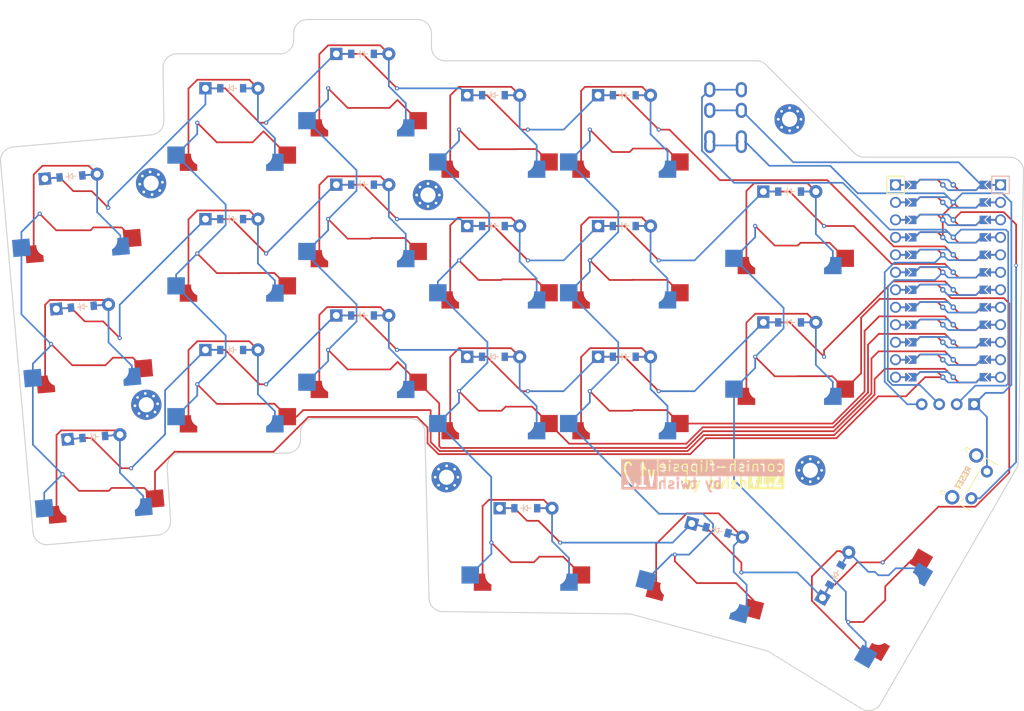
<source format=kicad_pcb>
(kicad_pcb (version 20240108) (generator "pcbnew") (generator_version "8.0")
  (title_block (title "cornish") (rev "v1.0.0") (company "Unknown"))
  (layers (0 "F.Cu" signal) (31 "B.Cu" signal) (34 "B.Paste" user) (35 "F.Paste" user) (36 "B.SilkS" user "B.Silkscreen") (37 "F.SilkS" user "F.Silkscreen") (38 "B.Mask" user) (39 "F.Mask" user) (44 "Edge.Cuts" user))
  (net 0 "")
  (net 1 "P9")
  (net 2 "pinky_bottom")
  (net 3 "pinky_home")
  (net 4 "pinky_top")
  (net 5 "P10")
  (net 6 "ring_bottom")
  (net 7 "ring_home")
  (net 8 "ring_top")
  (net 9 "P16")
  (net 10 "middle_bottom")
  (net 11 "middle_home")
  (net 12 "middle_top")
  (net 13 "P14")
  (net 14 "index_bottom")
  (net 15 "index_home")
  (net 16 "index_top")
  (net 17 "P15")
  (net 18 "index2_bottom")
  (net 19 "index2_home")
  (net 20 "index2_top")
  (net 21 "mod_cluster")
  (net 22 "layer_cluster")
  (net 23 "P18")
  (net 24 "space_cluster")
  (net 25 "media_one")
  (net 26 "media_two")
  (net 27 "P19")
  (net 28 "P20")
  (net 29 "P21")
  (net 30 "P4")
  (net 31 "RAW")
  (net 32 "GND")
  (net 33 "RST")
  (net 34 "VCC")
  (net 35 "P1")
  (net 36 "P0")
  (net 37 "P2")
  (net 38 "P3")
  (net 39 "P5")
  (net 40 "P6")
  (net 41 "P7")
  (net 42 "P8")
  (footprint "ComboDiode-Pretty" (layer "F.Cu") (at 202.616126 101.251688)
    (property "Reference" "D12" (hide yes))
    (property "Value" "" (hide yes))
  )
  (footprint "VIA-0.6mm" (layer "F.Cu") (at 216.616126 106.251688)
    (property "Reference" "REF**" (hide yes))
    (property "Value" "VIA-0.6mm" (hide yes))
  )
  (footprint "Gateron-Low-Profile-ks-33" (layer "F.Cu") (at 164.616127 124.251688)
    (property "Reference" "S5" (hide yes))
    (property "Value" "ks33" (hide yes))
  )
  (footprint "ComboDiode-Pretty" (layer "F.Cu") (at 245.616127 115.251688)
    (property "Reference" "D20" (hide yes))
    (property "Value" "" (hide yes))
  )
  (footprint "VIA-0.6mm" (layer "F.Cu") (at 226.616126 125.251688)
    (property "Reference" "REF**" (hide yes))
    (property "Value" "VIA-0.6mm" (hide yes))
  )
  (footprint "ComboDiode-Pretty" (layer "F.Cu") (at 221.616126 139.251688)
    (property "Reference" "D13" (hide yes))
    (property "Value" "" (hide yes))
  )
  (footprint "VIA-0.6mm" (layer "F.Cu") (at 207.616126 125.251688)
    (property "Reference" "REF**" (hide yes))
    (property "Value" "VIA-0.6mm" (hide yes))
  )
  (footprint "Gateron-Low-Profile-ks-33" (layer "F.Cu") (at 245.616126 120.251688)
    (property "Reference" "S20" (hide yes))
    (property "Value" "ks33" (hide yes))
  )
  (footprint "ComboDiode-Pretty" (layer "F.Cu") (at 183.616126 95.251688)
    (property "Reference" "D9" (hide yes))
    (property "Value" "" (hide yes))
  )
  (footprint "VIA-0.6mm" (layer "F.Cu") (at 250.616126 120.251688)
    (property "Reference" "REF**" (hide yes))
    (property "Value" "VIA-0.6mm" (hide yes))
  )
  (footprint "ComboDiode-Pretty" (layer "F.Cu") (at 164.616126 100.251688)
    (property "Reference" "D6" (hide yes))
    (property "Value" "" (hide yes))
  )
  (footprint "ComboDiode-Pretty" (layer "F.Cu") (at 183.616126 133.251688)
    (property "Reference" "D7" (hide yes))
    (property "Value" "" (hide yes))
  )
  (footprint "VIA-0.6mm" (layer "F.Cu") (at 178.616127 138.251688)
    (property "Reference" "REF**" (hide yes))
    (property "Value" "VIA-0.6mm" (hide yes))
  )
  (footprint "ComboDiode-Pretty" (layer "F.Cu") (at 235.078809 164.458537 -15)
    (property "Reference" "D17" (hide yes))
    (property "Value" "" (hide yes))
  )
  (footprint "VIA-0.6mm" (layer "F.Cu") (at 188.616126 138.251688)
    (property "Reference" "REF**" (hide yes))
    (property "Value" "VIA-0.6mm" (hide yes))
  )
  (footprint "VIA-0.6mm" (layer "F.Cu") (at 138.39574 137.396495 5)
    (property "Reference" "REF**" (hide yes))
    (property "Value" "VIA-0.6mm" (hide yes))
  )
  (footprint "VIA-0.6mm" (layer "F.Cu") (at 254.128009 177.785275 60)
    (property "Reference" "REF**" (hide yes))
    (property "Value" "VIA-0.6mm" (hide yes))
  )
  (footprint "TRRS-PJ-320A-dual" (layer "F.Cu") (at 238.616126 97.251688)
    (property "Reference" "TRRS1")
    (property "Value" "TRRS-PJ-320A-dual")
  )
  (footprint "ComboDiode-Pretty" (layer "F.Cu") (at 164.616126 138.251688)
    (property "Reference" "D4" (hide yes))
    (property "Value" "" (hide yes))
  )
  (footprint "VIA-0.6mm" (layer "F.Cu") (at 188.616126 100.251688)
    (property "Reference" "REF**" (hide yes))
    (property "Value" "VIA-0.6mm" (hide yes))
  )
  (footprint "Gateron-Low-Profile-ks-33" (layer "F.Cu") (at 145.032673 155.888415 5)
    (property "Reference" "S1" (hide yes))
    (property "Value" "ks33" (hide yes))
  )
  (footprint "ComboDiode-Pretty" (layer "F.Cu") (at 164.616126 119.251688)
    (property "Reference" "D5" (hide yes))
    (property "Value" "" (hide yes))
  )
  (footprint "Gateron-Low-Profile-ks-33" (layer "F.Cu") (at 233.784714 169.288166 -15)
    (property "Reference" "S17" (hide yes))
    (property "Value" "ks33" (hide yes))
  )
  (footprint "ComboDiode-Pretty" (layer "F.Cu") (at 221.616126 101.251688)
    (property "Reference" "D15" (hide yes))
    (property "Value" "" (hide yes))
  )
  (footprint "ComboDiode-Pretty" (layer "F.Cu") (at 207.316126 161.251688)
    (property "Reference" "D16" (hide yes))
    (property "Value" "" (hide yes))
  )
  (footprint "VIA-0.6mm" (layer "F.Cu") (at 238.614343 170.582261 -15)
    (property "Reference" "REF**" (hide yes))
    (property "Value" "VIA-0.6mm" (hide yes))
  )
  (footprint "ProMicro" (layer "F.Cu") (at 268.616126 128.251688 -90)
    (property "Reference" "_41" (hide yes))
    (property "Value" "")
  )
  (footprint "VIA-0.6mm" (layer "F.Cu") (at 159.616127 105.251688)
    (property "Reference" "REF**" (hide yes))
    (property "Value" "VIA-0.6mm" (hide yes))
  )
  (footprint "ComboDiode-Pretty" (layer "F.Cu") (at 144.596894 150.907442 5)
    (property "Reference" "D1" (hide yes))
    (property "Value" "" (hide yes))
  )
  (footprint "VIA-0.6mm" (layer "F.Cu") (at 212.316126 166.251688)
    (property "Reference" "REF**" (hide yes))
    (property "Value" "VIA-0.6mm" (hide yes))
  )
  (footprint "VIA-0.6mm" (layer "F.Cu") (at 150.013647 155.452636 5)
    (property "Reference" "REF**" (hide yes))
    (property "Value" "VIA-0.6mm" (hide yes))
  )
  (footprint "VIA-0.6mm" (layer "F.Cu") (at 169.616126 143.251688)
    (property "Reference" "REF**" (hide yes))
    (property "Value" "VIA-0.6mm" (hide yes))
  )
  (footprint "VIA-0.6mm" (layer "F.Cu") (at 202.316126 166.251688)
    (property "Reference" "REF**" (hide yes))
    (property "Value" "VIA-0.6mm" (hide yes))
  )
  (footprint "ComboDiode-Pretty" (layer "F.Cu") (at 202.616126 139.251688)
    (property "Reference" "D10" (hide yes))
    (property "Value" "" (hide yes))
  )
  (footprint "VIA-0.6mm" (layer "F.Cu") (at 197.616126 125.251688)
    (property "Reference" "REF**" (hide yes))
    (property "Value" "VIA-0.6mm" (hide yes))
  )
  (footprint "VIA-0.6mm" (layer "F.Cu") (at 169.616126 105.251688)
    (property "Reference" "REF**" (hide yes))
    (property "Value" "VIA-0.6mm" (hide yes))
  )
  (footprint "VIA-0.6mm" (layer "F.Cu") (at 216.616126 125.251688)
    (property "Reference" "REF**" (hide yes))
    (property "Value" "VIA-0.6mm" (hide yes))
  )
  (footprint "Gateron-Low-Profile-ks-33" (layer "F.Cu") (at 164.616127 143.251688)
    (property "Reference" "S4" (hide yes))
    (property "Value" "ks33" (hide yes))
  )
  (footprint "VIA-0.6mm" (layer "F.Cu") (at 159.616127 124.251688)
    (property "Reference" "REF**" (hide yes))
    (property "Value" "VIA-0.6mm" (hide yes))
  )
  (footprint "VIA-0.6mm" (layer "F.Cu") (at 240.616126 120.251688)
    (property "Reference" "REF**" (hide yes))
    (property "Value" "VIA-0.6mm" (hide yes))
  )
  (footprint "Gateron-Low-Profile-ks-33" (layer "F.Cu") (at 183.616127 119.251688)
    (property "Reference" "S8" (hide yes))
    (property "Value" "ks33" (hide yes))
  )
  (footprint "VIA-0.6mm" (layer "F.Cu") (at 140.0517 156.324194 5)
    (property "Reference" "REF**" (hide yes))
    (property "Value" "VIA-0.6mm" (hide yes))
  )
  (footprint "VIA-0.6mm" (layer "F.Cu") (at 226.616126 144.251688)
    (property "Reference" "REF**" (hide yes))
    (property "Value" "VIA-0.6mm" (hide yes))
  )
  (footprint "Gateron-Low-Profile-ks-33" (layer "F.Cu") (at 202.616126 106.251688)
    (property "Reference" "S12" (hide yes))
    (property "Value" "ks33" (hide yes))
  )
  (footprint "MountingHole_2.2mm_M2_Pad_Via" (layer "F.Cu") (at 195.816126 156.751688)
    (property "Reference" "_46" (hide yes))
    (property "Value" "")
  )
  (footprint "MountingHole_2.2mm_M2_Pad_Via" (layer "F.Cu") (at 152.217829 146.225417 5)
    (property "Reference" "_44" (hide yes))
    (property "Value" "")
  )
  (footprint "ComboDiode-Pretty" (layer "F.Cu") (at 202.616126 120.251688)
    (property "Reference" "D11" (hide yes))
    (property "Value" "" (hide yes))
  )
  (footprint "Gateron-Low-Profile-ks-33" (layer "F.Cu") (at 221.616126 106.251688)
    (property "Reference" "S15" (hide yes))
    (property "Value" "ks33" (hide yes))
  )
  (footprint "VIA-0.6mm" (layer "F.Cu") (at 207.616126 144.251688)
    (property "Reference" "REF**" (hide yes))
    (property "Value" "VIA-0.6mm" (hide yes))
  )
  (footprint "ComboDiode-Pretty" (layer "F.Cu") (at 245.616127 134.251688)
    (property "Reference" "D19" (hide yes))
    (property "Value" "" (hide yes))
  )
  (footprint "Gateron-Low-Profile-ks-33" (layer "F.Cu") (at 221.616126 144.251688)
    (property "Reference" "S13" (hide yes))
    (property "Value" "ks33" (hide yes))
  )
  (footprint "Gateron-Low-Profile-ks-33" (layer "F.Cu") (at 245.616126 139.251688)
    (property "Reference" "S19" (hide yes))
    (property "Value" "ks33" (hide yes))
  )
  (footprint "ComboDiode-Pretty" (layer "F.Cu") (at 252.297882 170.955149 60)
    (property "Reference" "D18" (hide yes))
    (property "Value" "" (hide yes))
  )
  (footprint "MountingHole_2.2mm_M2_Pad_Via" (layer "F.Cu") (at 245.616126 104.751688)
    (property "Reference" "_47" (hide yes))
    (property "Value" "")
  )
  (footprint "VIA-0.6mm" (layer "F.Cu") (at 146.701728 117.597238 5)
    (property "Reference" "REF**" (hide yes))
    (property "Value" "VIA-0.6mm" (hide yes))
  )
  (footprint "Gateron-Low-Profile-ks-33" (layer "F.Cu") (at 164.616126 105.251688)
    (property "Reference" "S6" (hide yes))
    (property "Value" "ks33" (hide yes))
  )
  (footprint "Gateron-Low-Profile-ks-33" (layer "F.Cu") (at 183.616127 138.251688)
    (property "Reference" "S7" (hide yes))
    (property "Value" "ks33" (hide yes))
  )
  (footprint "Gateron-Low-Profile-ks-33" (layer "F.Cu") (at 183.616127 100.251688)
    (property "Reference" "S9" (hide yes))
    (property "Value" "ks33" (hide yes))
  )
  (footprint "VIA-0.6mm" (layer "F.Cu") (at 188.616126 119.251688)
    (property "Reference" "REF**" (hide yes))
    (property "Value" "VIA-0.6mm" (hide yes))
  )
  (footprint "VIA-0.6mm" (layer "F.Cu") (at 250.616126 139.251688)
    (property "Reference" "REF**" (hide yes))
    (property "Value" "VIA-0.6mm" (hide yes))
  )
  (footprint "VIA-0.6mm" (layer "F.Cu") (at 259.128009 169.125021 60)
    (property "Reference" "REF**" (hide yes))
    (property "Value" "VIA-0.6mm" (hide yes))
  )
  (footprint "VIA-0.6mm" (layer "F.Cu") (at 216.616126 144.251688)
    (property "Reference" "REF**" (hide yes))
    (property "Value" "VIA-0.6mm" (hide yes))
  )
  (footprint "ComboDiode-Pretty" (layer "F.Cu") (at 142.940935 131.979742 5)
    (property "Reference" "D2" (hide yes))
    (property "Value" "" (hide yes))
  )
  (footprint "ComboDiode-Pretty" (layer "F.Cu") (at 221.616126 120.251688)
    (property "Reference" "D14" (hide yes))
    (property "Value" "" (hide yes))
  )
  (footprint "VIA-0.6mm" (layer "F.Cu") (at 136.739781 118.468796 5)
    (property "Reference" "REF**" (hide yes))
    (property "Value" "VIA-0.6mm" (hide yes))
  )
  (footprint "VIA-0.6mm" (layer "F.Cu") (at 197.616126 144.251688)
    (property "Reference" "REF**" (hide yes))
    (property "Value" "VIA-0.6mm" (hide yes))
  )
  (footprint "VIA-0.6mm" (layer "F.Cu") (at 240.616126 139.251688)
    (property "Reference" "REF**" (hide yes))
    (property "Value" "VIA-0.6mm" (hide yes))
  )
  (footprint "VIA-0.6mm" (layer "F.Cu") (at 226.616126 106.251688)
    (property "Reference" "REF**" (hide yes))
    (property "Value" "VIA-0.6mm" (hide yes))
  )
  (footprint "VIA-0.6mm" (layer "F.Cu") (at 197.616126 106.251688)
    (property "Reference" "REF**" (hide yes))
    (property "Value" "VIA-0.6mm" (hide yes))
  )
  (footprint "VIA-0.6mm" (layer "F.Cu") (at 178.616127 119.251688)
    (property "Reference" "REF**" (hide yes))
    (property "Value" "VIA-0.6mm" (hide yes))
  )
  (footprint "MountingHole_2.2mm_M2_Pad_Via" (layer "F.Cu") (at 248.616126 155.751688)
    (property "Reference" "_48" (hide yes))
    (property "Value" "")
  )
  (footprint "Gateron-Low-Profile-ks-33" (layer "F.Cu") (at 202.616126 144.251688)
    (property "Reference" "S10" (hide yes))
    (property "Value" "ks33" (hide yes))
  )
  (footprint "Gateron-Low-Profile-ks-33" (layer "F.Cu") (at 207.316126 166.251688)
    (property "Reference" "S16" (hide yes))
    (property "Value" "ks33" (hide yes))
  )
  (footprint "TACT_SWITCH_SPST_Angled_PTS645Vx39-2LFS" (layer "F.Cu") (at 274.257174 155.920539 -120)
    (property "Reference" "_42" (hide yes))
    (property "Value" "SW_RST" (hide yes))
  )
  (footprint "Gateron-Low-Profile-ks-33" (layer "F.Cu") (at 141.720755 118.033017 5)
    (property "Reference" "S3" (hide yes))
    (property "Value" "ks33" (hide yes))
  )
  (footprint "VIA-0.6mm" (layer "F.Cu") (at 148.357688 136.524937 5)
    (property "Reference" "REF**" (hide yes))
    (property "Value" "VIA-0.6mm" (hide yes))
  )
  (footprint "VIA-0.6mm" (layer "F.Cu") (at 169.616126 124.251688)
    (property "Reference" "REF**" (hide yes))
    (property "Value" "VIA-0.6mm" (hide yes))
  )
  (footprint "Gateron-Low-Profile-ks-33" (layer "F.Cu") (at 143.376714 136.960717 5)
    (property "Reference" "S2" (hide yes))
    (property "Value" "ks33" (hide yes))
  )
  (footprint "ComboDiode-Pretty" (layer "F.Cu") (at 183.616126 114.251688)
    (property "Reference" "D8" (hide yes))
    (property "Value" "" (hide yes))
  )
  (footprint "VIA-0.6mm" (layer "F.Cu") (at 159.616126 143.251687)
    (property "Reference" "REF**" (hide yes))
    (property "Value" "VIA-0.6mm" (hide yes))
  )
  (footprint "Gateron-Low-Profile-ks-33" (layer "F.Cu") (at 256.628009 173.455148 60)
    (property "Reference" "S18" (hide yes))
    (property "Value" "ks33" (hide yes))
  )
  (footprint "ComboDiode-Pretty" (layer "F.Cu") (at 141.284976 113.052044 5)
    (property "Reference" "D3" (hide yes))
    (property "Value" "" (hide yes))
  )
  (footprint "MountingHole_2.2mm_M2_Pad_Via" (layer "F.Cu") (at 193.116127 115.751688)
    (property "Reference" "_45" (hide yes))
    (property "Value" "")
  )
  (footprint "Gateron-Low-Profile-ks-33" (layer "F.Cu") (at 221.616126 125.251688)
    (property "Reference" "S14" (hide yes))
    (property "Value" "ks33" (hide yes))
  )
  (footprint "MountingHole_2.2mm_M2_Pad_Via" (layer "F.Cu") (at 152.915527 114.042141 5)
    (property "Reference" "_43" (hide yes))
    (property "Value" "")
  )
  (footprint "Gateron-Low-Profile-ks-33" (layer "F.Cu") (at 202.616126 125.251688)
    (property "Reference" "S11" (hide yes))
    (property "Value" "ks33" (hide yes))
  )
  (footprint "VIA-0.6mm" (layer "F.Cu") (at 207.616126 106.251688)
    (property "Reference" "REF**" (hide yes))
    (property "Value" "VIA-0.6mm" (hide yes))
  )
  (footprint "VIA-0.6mm" (layer "F.Cu") (at 228.955085 167.994071 -15)
    (property "Reference" "REF**" (hide yes))
    (property "Value" "VIA-0.6mm" (hide yes))
  )
  (footprint "lib:OLED_headers" (layer "F.Cu") (at 262.616126 147.751688 90)
    (property "Reference" "OLED1" (hide yes))
    (property "Value" "OLED")
  )
  (footprint "VIA-0.6mm" (layer "F.Cu") (at 178.616127 100.251688)
    (property "Reference" "REF**" (hide yes))
    (property "Value" "VIA-0.6mm" (hide yes))
  )
  (gr_arc (start 195.616127 96.251688) (mid 194.201912 95.665902) (end 193.616126 94.251688) (stroke (width 0.15)) (layer "Edge.Cuts"))
  (gr_line (start 242.170601 181.937007) (end 222.747331 176.684079) (stroke (width 0.15)) (layer "Edge.Cuts"))
  (gr_arc (start 258.816427 189.664698) (mid 257.575141 190.603551) (end 256.036667 190.368314) (stroke (width 0.15)) (layer "Edge.Cuts"))
  (gr_line (start 132.87964 108.768315) (end 152.941626 107.013119) (stroke (width 0.15)) (layer "Edge.Cuts"))
  (gr_arc (start 191.616126 90.251688) (mid 193.03034 90.837474) (end 193.616126 92.251688) (stroke (width 0.15)) (layer "Edge.Cuts"))
  (gr_arc (start 278.797794 154.556397) (mid 278.725125 155.054917) (end 278.530187 155.519463) (stroke (width 0.15)) (layer "Edge.Cuts"))
  (gr_arc (start 131.061561 110.935017) (mid 131.521862 109.47513) (end 132.87964 108.768315) (stroke (width 0.15)) (layer "Edge.Cuts"))
  (gr_arc (start 155.252208 155.379345) (mid 155.789481 153.883352) (end 157.24813 153.251688) (stroke (width 0.15)) (layer "Edge.Cuts"))
  (gr_arc (start 240.7877 96.251688) (mid 241.553067 96.403929) (end 242.201913 96.837475) (stroke (width 0.15)) (layer "Edge.Cuts"))
  (gr_line (start 155.252209 155.379345) (end 155.741473 163.02904) (stroke (width 0.15)) (layer "Edge.Cuts"))
  (gr_line (start 242.201913 96.837475) (end 255.03034 109.665902) (stroke (width 0.15)) (layer "Edge.Cuts"))
  (gr_arc (start 154.767074 104.989732) (mid 154.252296 106.360442) (end 152.941626 107.013119) (stroke (width 0.15)) (layer "Edge.Cuts"))
  (gr_line (start 195.616126 96.251688) (end 240.7877 96.251688) (stroke (width 0.15)) (layer "Edge.Cuts"))
  (gr_line (start 174.616127 150.251688) (end 174.616126 151.251688) (stroke (width 0.15)) (layer "Edge.Cuts"))
  (gr_line (start 156.656344 95.251688) (end 171.616126 95.251688) (stroke (width 0.15)) (layer "Edge.Cuts"))
  (gr_line (start 278.530187 155.519463) (end 258.816427 189.664697) (stroke (width 0.15)) (layer "Edge.Cuts"))
  (gr_line (start 279.578503 112.288622) (end 278.797795 154.556398) (stroke (width 0.15)) (layer "Edge.Cuts"))
  (gr_line (start 190.665501 148.251687) (end 176.616127 148.251688) (stroke (width 0.15)) (layer "Edge.Cuts"))
  (gr_arc (start 174.616126 150.251688) (mid 175.201913 148.837474) (end 176.616127 148.251688) (stroke (width 0.15)) (layer "Edge.Cuts"))
  (gr_arc (start 137.934674 166.547608) (mid 136.474787 166.087308) (end 135.767972 164.729531) (stroke (width 0.15)) (layer "Edge.Cuts"))
  (gr_line (start 222.250301 176.614879) (end 195.242257 176.275865) (stroke (width 0.15)) (layer "Edge.Cuts"))
  (gr_arc (start 173.616127 93.251688) (mid 173.03034 94.665902) (end 171.616126 95.251688) (stroke (width 0.15)) (layer "Edge.Cuts"))
  (gr_line (start 135.767972 164.729531) (end 131.061562 110.935016) (stroke (width 0.15)) (layer "Edge.Cuts"))
  (gr_arc (start 195.242257 176.275864) (mid 193.861973 175.699007) (end 193.267985 174.326007) (stroke (width 0.15)) (layer "Edge.Cuts"))
  (gr_arc (start 222.250301 176.614879) (mid 222.500995 176.633829) (end 222.747331 176.684079) (stroke (width 0.15)) (layer "Edge.Cuts"))
  (gr_arc (start 242.170602 181.937008) (mid 242.441555 182.031617) (end 242.696177 182.164033) (stroke (width 0.15)) (layer "Edge.Cuts"))
  (gr_line (start 193.267985 174.326007) (end 192.664877 150.201703) (stroke (width 0.15)) (layer "Edge.Cuts"))
  (gr_line (start 256.4446 110.251688) (end 277.5788 110.251688) (stroke (width 0.15)) (layer "Edge.Cuts"))
  (gr_arc (start 277.5788 110.251688) (mid 279.006056 110.850593) (end 279.578503 112.288622) (stroke (width 0.15)) (layer "Edge.Cuts"))
  (gr_arc (start 190.665501 148.251688) (mid 192.06193 148.819911) (end 192.664877 150.201703) (stroke (width 0.15)) (layer "Edge.Cuts"))
  (gr_arc (start 154.647608 97.282699) (mid 155.222236 95.848477) (end 156.656344 95.251688) (stroke (width 0.15)) (layer "Edge.Cuts"))
  (gr_line (start 193.616126 92.251688) (end 193.616126 94.251688) (stroke (width 0.15)) (layer "Edge.Cuts"))
  (gr_line (start 173.616127 93.251688) (end 173.616126 92.251688) (stroke (width 0.15)) (layer "Edge.Cuts"))
  (gr_arc (start 173.616125 92.251688) (mid 174.201912 90.837474) (end 175.616126 90.251688) (stroke (width 0.15)) (layer "Edge.Cuts"))
  (gr_line (start 175.616126 90.251688) (end 191.616126 90.251688) (stroke (width 0.15)) (layer "Edge.Cuts"))
  (gr_line (start 256.036667 190.368314) (end 242.696177 182.164033) (stroke (width 0.15)) (layer "Edge.Cuts"))
  (gr_arc (start 256.4446 110.251688) (mid 255.679187 110.099447) (end 255.03034 109.665902) (stroke (width 0.15)) (layer "Edge.Cuts"))
  (gr_arc (start 155.741473 163.02904) (mid 155.262498 164.460104) (end 153.919863 165.149085) (stroke (width 0.15)) (layer "Edge.Cuts"))
  (gr_line (start 154.767074 104.989732) (end 154.647608 97.282699) (stroke (width 0.15)) (layer "Edge.Cuts"))
  (gr_arc (start 174.616127 151.251688) (mid 174.03034 152.665902) (end 172.616126 153.251688) (stroke (width 0.15)) (layer "Edge.Cuts"))
  (gr_line (start 172.616126 153.251688) (end 157.24813 153.251688) (stroke (width 0.15)) (layer "Edge.Cuts"))
  (gr_line (start 153.919863 165.149085) (end 137.934673 166.547608) (stroke (width 0.15)) (layer "Edge.Cuts"))
  (gr_text "by twish" (at 236.015879 158.554404 0) (layer "B.SilkS") (effects (font (size 1.5 1.5) (thickness 0.3) (bold yes)) (justify left bottom mirror)))
  (gr_text "v1.2" (at 226.32727 158.445172 0) (layer "B.SilkS" knockout) (effects (font (size 3.4 1.5) (thickness 0.3) (bold yes)) (justify left bottom mirror)))
  (gr_text "cornish-flippsie" (at 245.015879 156.054404 0) (layer "B.SilkS" knockout) (effects (font (size 1.5 1.5) (thickness 0.1875)) (justify left bottom mirror)))
  (gr_text "cornish-flippsie" (at 221 156 0) (layer "F.SilkS" knockout) (effects (font (size 1.5 1.5) (thickness 0.1875)) (justify left bottom)))
  (gr_text "by twish" (at 230 158.5 0) (layer "F.SilkS") (effects (font (size 1.5 1.5) (thickness 0.3) (bold yes)) (justify left bottom)))
  (gr_text "v1.2" (at 239.700468 158.408128 0) (layer "F.SilkS" knockout) (effects (font (size 3.4 1.5) (thickness 0.3) (bold yes)) (justify left bottom)))
  (segment (start 141.481942 140.482697) (end 146.294603 140.482697) (width 0.25) (layer "F.Cu") (net 1))
  (segment (start 252.413604 151.086396) (end 258.5 145) (width 0.25) (layer "F.Cu") (net 1))
  (segment (start 150.169678 122.011785) (end 148.61454 120.456647) (width 0.25) (layer "F.Cu") (net 1))
  (segment (start 146.294603 140.482697) (end 147.392953 139.384347) (width 0.25) (layer "F.Cu") (net 1))
  (segment (start 193.05 149.513755) (end 193.05 151.822792) (width 0.25) (layer "F.Cu") (net 1))
  (segment (start 148.61454 120.456647) (end 144.543353 120.456647) (width 0.25) (layer "F.Cu") (net 1))
  (segment (start 156.330297 153.049271) (end 170.695702 153.049271) (width 0.25) (layer "F.Cu") (net 1))
  (segment (start 150.270499 139.384347) (end 151.825637 140.939485) (width 0.25) (layer "F.Cu") (net 1))
  (segment (start 175.744973 148) (end 191.536245 148) (width 0.25) (layer "F.Cu") (net 1))
  (segment (start 138.39574 137.396495) (end 141.481942 140.482697) (width 0.25) (layer "F.Cu") (net 1))
  (segment (start 140.0517 156.324194) (end 142.459821 158.732315) (width 0.25) (layer "F.Cu") (net 1))
  (segment (start 265.278312 142.221688) (end 267.854126 142.221688) (width 0.25) (layer "F.Cu") (net 1))
  (segment (start 153.481596 155.897972) (end 156.330297 153.049271) (width 0.25) (layer "F.Cu") (net 1))
  (segment (start 151.926458 158.312045) (end 153.481596 159.867183) (width 0.25) (layer "F.Cu") (net 1))
  (segment (start 194.627208 153.4) (end 231.186396 153.4) (width 0.25) (layer "F.Cu") (net 1))
  (segment (start 233.5 151.086396) (end 252.413604 151.086396) (width 0.25) (layer "F.Cu") (net 1))
  (segment (start 142.459821 158.732315) (end 146.767685 158.732315) (width 0.25) (layer "F.Cu") (net 1))
  (segment (start 231.186396 153.4) (end 233.5 151.086396) (width 0.25) (layer "F.Cu") (net 1))
  (segment (start 147.187955 158.312045) (end 151.926458 158.312045) (width 0.25) (layer "F.Cu") (net 1))
  (segment (start 147.392953 139.384347) (end 150.270499 139.384347) (width 0.25) (layer "F.Cu") (net 1))
  (segment (start 139.147902 120.876917) (end 136.739781 118.468796) (width 0.25) (layer "F.Cu") (net 1))
  (segment (start 144.123083 120.876917) (end 139.147902 120.876917) (width 0.25) (layer "F.Cu") (net 1))
  (segment (start 191.536245 148) (end 193.05 149.513755) (width 0.25) (layer "F.Cu") (net 1))
  (segment (start 193.05 151.822792) (end 194.627208 153.4) (width 0.25) (layer "F.Cu") (net 1))
  (segment (start 262.5 145) (end 265.278312 142.221688) (width 0.25) (layer "F.Cu") (net 1))
  (segment (start 144.543353 120.456647) (end 144.123083 120.876917) (width 0.25) (layer "F.Cu") (net 1))
  (segment (start 170.695702 153.049271) (end 175.744973 148) (width 0.25) (layer "F.Cu") (net 1))
  (segment (start 258.5 145) (end 262.5 145) (width 0.25) (layer "F.Cu") (net 1))
  (segment (start 153.481596 159.867183) (end 153.481596 155.897972) (width 0.25) (layer "F.Cu") (net 1))
  (segment (start 146.767685 158.732315) (end 147.187955 158.312045) (width 0.25) (layer "F.Cu") (net 1))
  (segment (start 134.091096 133.091851) (end 138.39574 137.396495) (width 0.25) (layer "B.Cu") (net 1))
  (segment (start 135.747055 140.252945) (end 135.747055 142.346179) (width 0.25) (layer "B.Cu") (net 1))
  (segment (start 134.091096 123.418479) (end 134.091096 133.091851) (width 0.25) (layer "B.Cu") (net 1))
  (segment (start 138.39574 137.396495) (end 138.39574 137.60426) (width 0.25) (layer "B.Cu") (net 1))
  (segment (start 135.747055 152.019549) (end 140.0517 156.324194) (width 0.25) (layer "B.Cu") (net 1))
  (segment (start 138.39574 137.60426) (end 135.747055 140.252945) (width 0.25) (layer "B.Cu") (net 1))
  (segment (start 134.091096 121.117481) (end 134.091096 123.418479) (width 0.25) (layer "B.Cu") (net 1))
  (segment (start 136.739781 118.468796) (end 134.091096 121.117481) (width 0.25) (layer "B.Cu") (net 1))
  (segment (start 140.0517 156.324194) (end 137.403014 158.97288) (width 0.25) (layer "B.Cu") (net 1))
  (segment (start 135.747055 142.346179) (end 135.747055 152.019549) (width 0.25) (layer "B.Cu") (net 1))
  (segment (start 137.403014 158.97288) (end 137.403014 161.273877) (width 0.25) (layer "B.Cu") (net 1))
  (segment (start 139.287677 162.163001) (end 139.184049 162.059373) (width 0.25) (layer "F.Cu") (net 2))
  (segment (start 139.184049 150.625992) (end 139.858635 149.951406) (width 0.25) (layer "F.Cu") (net 2))
  (segment (start 139.184049 162.059373) (end 139.184049 150.625992) (width 0.25) (layer "F.Cu") (net 2))
  (segment (start 139.858635 149.951406) (end 147.768423 149.951406) (width 0.25) (layer "F.Cu") (net 2))
  (segment (start 147.768423 149.951406) (end 148.392396 150.575379) (width 0.25) (layer "F.Cu") (net 2))
  (segment (start 148.392396 156.102229) (end 151.779959 159.489792) (width 0.25) (layer "B.Cu") (net 2))
  (segment (start 148.392396 150.575379) (end 148.392396 156.102229) (width 0.25) (layer "B.Cu") (net 2))
  (segment (start 151.779959 159.489792) (end 151.779959 161.070068) (width 0.25) (layer "B.Cu") (net 2))
  (segment (start 138.226382 131) (end 146.088758 131) (width 0.25) (layer "F.Cu") (net 3))
  (segment (start 137.631718 143.235303) (end 137.52809 143.131675) (width 0.25) (layer "F.Cu") (net 3))
  (segment (start 146.088758 131) (end 146.736437 131.647679) (width 0.25) (layer "F.Cu") (net 3))
  (segment (start 137.52809 143.131675) (end 137.52809 131.698292) (width 0.25) (layer "F.Cu") (net 3))
  (segment (start 137.52809 131.698292) (end 138.226382 131) (width 0.25) (layer "F.Cu") (net 3))
  (segment (start 146.736437 131.647679) (end 146.736437 137.174531) (width 0.25) (layer "B.Cu") (net 3))
  (segment (start 146.736437 137.174531) (end 150.124 140.562094) (width 0.25) (layer "B.Cu") (net 3))
  (segment (start 150.124 140.562094) (end 150.124 142.14237) (width 0.25) (layer "B.Cu") (net 3))
  (segment (start 135.872131 124.203975) (end 135.872131 112.770594) (width 0.25) (layer "F.Cu") (net 4))
  (segment (start 143.860497 111.5) (end 145.080478 112.719981) (width 0.25) (layer "F.Cu") (net 4))
  (segment (start 135.872131 112.770594) (end 137.142725 111.5) (width 0.25) (layer "F.Cu") (net 4))
  (segment (start 137.142725 111.5) (end 143.860497 111.5) (width 0.25) (layer "F.Cu") (net 4))
  (segment (start 135.975759 124.307603) (end 135.872131 124.203975) (width 0.25) (layer "F.Cu") (net 4))
  (segment (start 145.080478 112.719981) (end 145.080478 118.246831) (width 0.25) (layer "B.Cu") (net 4))
  (segment (start 148.468041 121.634394) (end 148.468041 123.21467) (width 0.25) (layer "B.Cu") (net 4))
  (segment (start 145.080478 118.246831) (end 148.468041 121.634394) (width 0.25) (layer "B.Cu") (net 4))
  (segment (start 172.686127 147.951688) (end 170.811127 146.076688) (width 0.25) (layer "F.Cu") (net 5))
  (segment (start 268.161126 141.004688) (end 269.378126 142.221688) (width 0.25) (layer "F.Cu") (net 5))
  (segment (start 259.445312 141.004688) (end 268.161126 141.004688) (width 0.25) (layer "F.Cu") (net 5))
  (segment (start 162.460027 146.095588) (end 159.616126 143.251687) (width 0.25) (layer "F.Cu") (net 5))
  (segment (start 172.686126 109.951688) (end 169.234438 106.5) (width 0.25) (layer "F.Cu") (net 5))
  (segment (start 165.794109 146.095588) (end 162.460027 146.095588) (width 0.25) (layer "F.Cu") (net 5))
  (segment (start 175 147) (end 193.5 147) (width 0.25) (layer "F.Cu") (net 5))
  (segment (start 172.686127 147.951688) (end 174.048312 147.951688) (width 0.25) (layer "F.Cu") (net 5))
  (segment (start 174.048312 147.951688) (end 175 147) (width 0.25) (layer "F.Cu") (net 5))
  (segment (start 194.813604 152.95) (end 230.822792 152.95) (width 0.25) (layer "F.Cu") (net 5))
  (segment (start 165.794109 127.095588) (end 162.460027 127.095588) (width 0.25) (layer "F.Cu") (net 5))
  (segment (start 230.822792 152.95) (end 233.136396 150.636396) (width 0.25) (layer "F.Cu") (net 5))
  (segment (start 162.460027 108.095588) (end 159.616127 105.251688) (width 0.25) (layer "F.Cu") (net 5))
  (segment (start 167.63885 108.095588) (end 162.460027 108.095588) (width 0.25) (layer "F.Cu") (net 5))
  (segment (start 170.811127 146.076688) (end 165.813009 146.076688) (width 0.25) (layer "F.Cu") (net 5))
  (segment (start 193.5 151.636396) (end 194.813604 152.95) (width 0.25) (layer "F.Cu") (net 5))
  (segment (start 233.136396 150.636396) (end 252.085606 150.636396) (width 0.25) (layer "F.Cu") (net 5))
  (segment (start 165.813009 146.076688) (end 165.794109 146.095588) (width 0.25) (layer "F.Cu") (net 5))
  (segment (start 169.234438 106.5) (end 167.63885 108.095588) (width 0.25) (layer "F.Cu") (net 5))
  (segment (start 193.5 147) (end 193.5 151.636396) (width 0.25) (layer "F.Cu") (net 5))
  (segment (start 252.085606 150.636396) (end 257.95 144.772002) (width 0.25) (layer "F.Cu") (net 5))
  (segment (start 170.811127 127.076688) (end 165.813009 127.076688) (width 0.25) (layer "F.Cu") (net 5))
  (segment (start 257.95 144.772002) (end 257.95 142.5) (width 0.25) (layer "F.Cu") (net 5))
  (segment (start 162.460027 127.095588) (end 159.616127 124.251688) (width 0.25) (layer "F.Cu") (net 5))
  (segment (start 257.95 142.5) (end 259.445312 141.004688) (width 0.25) (layer "F.Cu") (net 5))
  (segment (start 165.813009 127.076688) (end 165.794109 127.095588) (width 0.25) (layer "F.Cu") (net 5))
  (segment (start 172.686127 128.951688) (end 170.811127 127.076688) (width 0.25) (layer "F.Cu") (net 5))
  (segment (start 172.686127 147.951688) (end 173.042538 147.595277) (width 0.25) (layer "F.Cu") (net 5))
  (segment (start 163.741126 117.146688) (end 163.741126 120.126689) (width 0.25) (layer "B.Cu") (net 5))
  (segment (start 156.546127 128.951688) (end 163.741126 136.146687) (width 0.25) (layer "B.Cu") (net 5))
  (segment (start 159.616126 143.251687) (end 159.616126 144.881689) (width 0.25) (layer "B.Cu") (net 5))
  (segment (start 156.546126 109.951688) (end 163.741126 117.146688) (width 0.25) (layer "B.Cu") (net 5))
  (segment (start 163.741126 120.126689) (end 159.616127 124.251688) (width 0.25) (layer "B.Cu") (net 5))
  (segment (start 159.616127 105.251688) (end 159.616127 106.881687) (width 0.25) (layer "B.Cu") (net 5))
  (segment (start 159.616127 106.881687) (end 156.546126 109.951688) (width 0.25) (layer "B.Cu") (net 5))
  (segment (start 156.546127 127.321688) (end 156.546127 128.951688) (width 0.25) (layer "B.Cu") (net 5))
  (segment (start 163.741126 136.146687) (end 163.741126 139.126687) (width 0.25) (layer "B.Cu") (net 5))
  (segment (start 163.741126 139.126687) (end 159.616126 143.251687) (width 0.25) (layer "B.Cu") (net 5))
  (segment (start 159.616127 124.251688) (end 156.546127 127.321688) (width 0.25) (layer "B.Cu") (net 5))
  (segment (start 159.616126 144.881689) (end 156.546127 147.951688) (width 0.25) (layer "B.Cu") (net 5))
  (segment (start 167.174438 137) (end 168.426126 138.251688) (width 0.25) (layer "F.Cu") (net 6))
  (segment (start 159.629814 137) (end 167.174438 137) (width 0.25) (layer "F.Cu") (net 6))
  (segment (start 158.346127 149.001688) (end 158.341127 148.996688) (width 0.25) (layer "F.Cu") (net 6))
  (segment (start 158.341127 138.288687) (end 159.629814 137) (width 0.25) (layer "F.Cu") (net 6))
  (segment (start 158.341127 148.996688) (end 158.341127 138.288687) (width 0.25) (layer "F.Cu") (net 6))
  (segment (start 168.426126 144.710037) (end 170.891127 147.175038) (width 0.25) (layer "B.Cu") (net 6))
  (segment (start 168.426126 138.251688) (end 168.426126 144.710037) (width 0.25) (layer "B.Cu") (net 6))
  (segment (start 170.891127 148.996688) (end 170.886127 149.001688) (width 0.25) (layer "B.Cu") (net 6))
  (segment (start 170.891127 147.175038) (end 170.891127 148.996688) (width 0.25) (layer "B.Cu") (net 6))
  (segment (start 158.341127 119.288687) (end 159.629814 118) (width 0.25) (layer "F.Cu") (net 7))
  (segment (start 159.629814 118) (end 167.174438 118) (width 0.25) (layer "F.Cu") (net 7))
  (segment (start 167.174438 118) (end 168.426126 119.251688) (width 0.25) (layer "F.Cu") (net 7))
  (segment (start 158.341127 129.996688) (end 158.341127 119.288687) (width 0.25) (layer "F.Cu") (net 7))
  (segment (start 158.346127 130.001688) (end 158.341127 129.996688) (width 0.25) (layer "F.Cu") (net 7))
  (segment (start 168.426126 119.251688) (end 168.426126 125.710037) (width 0.25) (layer "B.Cu") (net 7))
  (segment (start 170.891127 128.175038) (end 170.891127 129.996688) (width 0.25) (layer "B.Cu") (net 7))
  (segment (start 170.891127 129.996688) (end 170.886127 130.001688) (width 0.25) (layer "B.Cu") (net 7))
  (segment (start 168.426126 125.710037) (end 170.891127 128.175038) (width 0.25) (layer "B.Cu") (net 7))
  (segment (start 167.174438 99) (end 168.426126 100.251688) (width 0.25) (layer "F.Cu") (net 8))
  (segment (start 158.346126 111.001688) (end 158.341126 110.996688) (width 0.25) (layer "F.Cu") (net 8))
  (segment (start 159.629814 99) (end 167.174438 99) (width 0.25) (layer "F.Cu") (net 8))
  (segment (start 158.341126 110.996688) (end 158.341126 100.288688) (width 0.25) (layer "F.Cu") (net 8))
  (segment (start 158.341126 100.288688) (end 159.629814 99) (width 0.25) (layer "F.Cu") (net 8))
  (segment (start 170.886126 111.001688) (end 170.891126 110.996688) (width 0.25) (layer "B.Cu") (net 8))
  (segment (start 170.891126 110.996688) (end 170.891126 107.504806) (width 0.25) (layer "B.Cu") (net 8))
  (segment (start 170.891126 107.504806) (end 168.426126 105.039806) (width 0.25) (layer "B.Cu") (net 8))
  (segment (start 168.426126 105.039806) (end 168.426126 100.251688) (width 0.25) (layer "B.Cu") (net 8))
  (segment (start 187.613851 141.095588) (end 181.460027 141.095588) (width 0.25) (layer "F.Cu") (net 9))
  (segment (start 268.161126 138.464688) (end 269.378126 139.681688) (width 0.25) (layer "F.Cu") (net 9))
  (segment (start 187.528549 103.095588) (end 181.460027 103.095588) (width 0.25) (layer "F.Cu") (net 9))
  (segment (start 194.746126 152.246126) (end 195 152.5) (width 0.25) (layer "F.Cu") (net 9))
  (segment (start 184.794109 122.095588) (end 181.460027 122.095588) (width 0.25) (layer "F.Cu") (net 9))
  (segment (start 188.679288 101.944849) (end 187.528549 103.095588) (width 0.25) (layer "F.Cu") (net 9))
  (segment (start 191.686127 142.951688) (end 191.661127 142.951688) (width 0.25) (layer "F.Cu") (net 9))
  (segment (start 191.686127 104.951688) (end 188.679288 101.944849) (width 0.25) (layer "F.Cu") (net 9))
  (segment (start 252.017408 150.068198) (end 257.5 144.585606) (width 0.25) (layer "F.Cu") (net 9))
  (segment (start 233.068198 150.068198) (end 252.017408 150.068198) (width 0.25) (layer "F.Cu") (net 9))
  (segment (start 191.686127 142.951688) (end 194.746126 146.011687) (width 0.25) (layer "F.Cu") (net 9))
  (segment (start 181.460027 122.095588) (end 178.616127 119.251688) (width 0.25) (layer "F.Cu") (net 9))
  (segment (start 191.661127 142.951688) (end 188.709439 140) (width 0.25) (layer "F.Cu") (net 9))
  (segment (start 191.686127 123.951688) (end 189.734439 122) (width 0.25) (layer "F.Cu") (net 9))
  (segment (start 188.709439 140) (end 187.613851 141.095588) (width 0.25) (layer "F.Cu") (net 9))
  (segment (start 195 152.5) (end 230.636396 152.5) (width 0.25) (layer "F.Cu") (net 9))
  (segment (start 181.460027 103.095588) (end 178.616127 100.251688) (width 0.25) (layer "F.Cu") (net 9))
  (segment (start 258.535312 138.464688) (end 268.161126 138.464688) (width 0.25) (layer "F.Cu") (net 9))
  (segment (start 184.889697 122) (end 184.794109 122.095588) (width 0.25) (layer "F.Cu") (net 9))
  (segment (start 257.5 144.585606) (end 257.5 139.5) (width 0.25) (layer "F.Cu") (net 9))
  (segment (start 230.636396 152.5) (end 233.068198 150.068198) (width 0.25) (layer "F.Cu") (net 9))
  (segment (start 189.734439 122) (end 184.889697 122) (width 0.25) (layer "F.Cu") (net 9))
  (segment (start 194.746126 146.011687) (end 194.746126 152.246126) (width 0.25) (layer "F.Cu") (net 9))
  (segment (start 257.5 139.5) (end 258.535312 138.464688) (width 0.25) (layer "F.Cu") (net 9))
  (segment (start 181.460027 141.095588) (end 178.616127 138.251688) (width 0.25) (layer "F.Cu") (net 9))
  (segment (start 178.616127 139.881688) (end 175.546127 142.951688) (width 0.25) (layer "B.Cu") (net 9))
  (segment (start 178.616127 138.251688) (end 178.616127 139.881688) (width 0.25) (layer "B.Cu") (net 9))
  (segment (start 182.741126 112.146687) (end 182.741126 115.126689) (width 0.25) (layer "B.Cu") (net 9))
  (segment (start 175.546127 124.453873) (end 182.741126 131.648872) (width 0.25) (layer "B.Cu") (net 9))
  (segment (start 178.616127 100.251688) (end 178.616127 101.881688) (width 0.25) (layer "B.Cu") (net 9))
  (segment (start 182.741126 131.648872) (end 182.741126 134.126689) (width 0.25) (layer "B.Cu") (net 9))
  (segment (start 182.741126 115.126689) (end 178.616127 119.251688) (width 0.25) (layer "B.Cu") (net 9))
  (segment (start 182.741126 134.126689) (end 178.616127 138.251688) (width 0.25) (layer "B.Cu") (net 9))
  (segment (start 175.546127 104.951688) (end 182.741126 112.146687) (width 0.25) (layer "B.Cu") (net 9))
  (segment (start 178.616127 120.881688) (end 175.546127 123.951688) (width 0.25) (layer "B.Cu") (net 9))
  (segment (start 178.616127 119.251688) (end 178.616127 120.881688) (width 0.25) (layer "B.Cu") (net 9))
  (segment (start 175.546127 123.951688) (end 175.546127 124.453873) (width 0.25) (layer "B.Cu") (net 9))
  (segment (start 178.616127 101.881688) (end 175.546127 104.951688) (width 0.25) (layer "B.Cu") (net 9))
  (segment (start 186.212126 132.037688) (end 187.426126 133.251688) (width 0.25) (layer "F.Cu") (net 10))
  (segment (start 177.346127 144.001688) (end 177.341127 143.996688) (width 0.25) (layer "F.Cu") (net 10))
  (segment (start 177.341127 133.158873) (end 178.462312 132.037688) (width 0.25) (layer "F.Cu") (net 10))
  (segment (start 178.462312 132.037688) (end 186.212126 132.037688) (width 0.25) (layer "F.Cu") (net 10))
  (segment (start 177.341127 143.996688) (end 177.341127 133.158873) (width 0.25) (layer "F.Cu") (net 10))
  (segment (start 187.426126 137.945572) (end 187.426126 133.251688) (width 0.25) (layer "B.Cu") (net 10))
  (segment (start 189.891127 140.410573) (end 187.426126 137.945572) (width 0.25) (layer "B.Cu") (net 10))
  (segment (start 189.891127 143.996688) (end 189.891127 140.410573) (width 0.25) (layer "B.Cu") (net 10))
  (segment (start 189.886127 144.001688) (end 189.891127 143.996688) (width 0.25) (layer "B.Cu") (net 10))
  (segment (start 177.341127 114.288687) (end 178.592126 113.037688) (width 0.25) (layer "F.Cu") (net 11))
  (segment (start 186.212126 113.037688) (end 187.426126 114.251688) (width 0.25) (layer "F.Cu") (net 11))
  (segment (start 178.592126 113.037688) (end 186.212126 113.037688) (width 0.25) (layer "F.Cu") (net 11))
  (segment (start 177.341127 124.996688) (end 177.341127 114.288687) (width 0.25) (layer "F.Cu") (net 11))
  (segment (start 177.346127 125.001688) (end 177.341127 124.996688) (width 0.25) (layer "F.Cu") (net 11))
  (segment (start 189.891127 121.410573) (end 187.426126 118.945572) (width 0.25) (layer "B.Cu") (net 11))
  (segment (start 189.891127 124.996688) (end 189.891127 121.410573) (width 0.25) (layer "B.Cu") (net 11))
  (segment (start 187.426126 118.945572) (end 187.426126 114.251688) (width 0.25) (layer "B.Cu") (net 11))
  (segment (start 189.886127 125.001688) (end 189.891127 124.996688) (width 0.25) (layer "B.Cu") (net 11))
  (segment (start 186.174438 94) (end 187.426126 95.251688) (width 0.25) (layer "F.Cu") (net 12))
  (segment (start 177.341127 95.288687) (end 178.629814 94) (width 0.25) (layer "F.Cu") (net 12))
  (segment (start 178.629814 94) (end 186.174438 94) (width 0.25) (layer "F.Cu") (net 12))
  (segment (start 177.346127 106.001688) (end 177.341127 105.996688) (width 0.25) (layer "F.Cu") (net 12))
  (segment (start 177.341127 105.996688) (end 177.341127 95.288687) (width 0.25) (layer "F.Cu") (net 12))
  (segment (start 189.891127 105.996688) (end 189.891127 102.410573) (width 0.25) (layer "B.Cu") (net 12))
  (segment (start 189.891127 102.410573) (end 187.426126 99.945572) (width 0.25) (layer "B.Cu") (net 12))
  (segment (start 189.886127 106.001688) (end 189.891127 105.996688) (width 0.25) (layer "B.Cu") (net 12))
  (segment (start 187.426126 99.945572) (end 187.426126 95.251688) (width 0.25) (layer "B.Cu") (net 12))
  (segment (start 208.234438 146.5) (end 204.389696 146.5) (width 0.25) (layer "F.Cu") (net 13))
  (segment (start 251.94921 149.5) (end 257 144.44921) (width 0.25) (layer "F.Cu") (net 13))
  (segment (start 203.794108 128.095588) (end 200.460026 128.095588) (width 0.25) (layer "F.Cu") (net 13))
  (segment (start 230.623312 151.876688) (end 233 149.5) (width 0.25) (layer "F.Cu") (net 13))
  (segment (start 210.686126 129.951688) (end 208.734438 128) (width 0.25) (layer "F.Cu") (net 13))
  (segment (start 200.460026 128.095588) (end 197.616126 125.251688) (width 0.25) (layer "F.Cu") (net 13))
  (segment (start 205.160026 169.095588) (end 202.316126 166.251688) (width 0.25) (layer "F.Cu") (net 13))
  (segment (start 208.734438 128) (end 203.889696 128) (width 0.25) (layer "F.Cu") (net 13))
  (segment (start 258.575312 135.924688) (end 268.161126 135.924688) (width 0.25) (layer "F.Cu") (net 13))
  (segment (start 200.460026 147.095588) (end 197.616126 144.251688) (width 0.25) (layer "F.Cu") (net 13))
  (segment (start 210.686126 148.951688) (end 208.234438 146.5) (width 0.25) (layer "F.Cu") (net 13))
  (segment (start 212.729286 168.294848) (end 209.294848 168.294848) (width 0.25) (layer "F.Cu") (net 13))
  (segment (start 233 149.5) (end 251.94921 149.5) (width 0.25) (layer "F.Cu") (net 13))
  (segment (start 213.611126 151.876688) (end 230.623312 151.876688) (width 0.25) (layer "F.Cu") (net 13))
  (segment (start 200.460026 109.095588) (end 197.616126 106.251688) (width 0.25) (layer "F.Cu") (net 13))
  (segment (start 257 144.44921) (end 257 137.5) (width 0.25) (layer "F.Cu") (net 13))
  (segment (start 205.904412 109.095588) (end 200.460026 109.095588) (width 0.25) (layer "F.Cu") (net 13))
  (segment (start 209.294848 168.294848) (end 208.494108 169.095588) (width 0.25) (layer "F.Cu") (net 13))
  (segment (start 210.686126 148.951688) (end 213.611126 151.876688) (width 0.25) (layer "F.Cu") (net 13))
  (segment (start 208.811126 109.076688) (end 205.923312 109.076688) (width 0.25) (layer "F.Cu") (net 13))
  (segment (start 204.389696 146.5) (end 203.794108 147.095588) (width 0.25) (layer "F.Cu") (net 13))
  (segment (start 257 137.5) (end 258.575312 135.924688) (width 0.25) (layer "F.Cu") (net 13))
  (segment (start 268.161126 135.924688) (end 269.378126 137.141688) (width 0.25) (layer "F.Cu") (net 13))
  (segment (start 203.889696 128) (end 203.794108 128.095588) (width 0.25) (layer "F.Cu") (net 13))
  (segment (start 210.686126 110.951688) (end 208.811126 109.076688) (width 0.25) (layer "F.Cu") (net 13))
  (segment (start 205.923312 109.076688) (end 205.904412 109.095588) (width 0.25) (layer "F.Cu") (net 13))
  (segment (start 208.494108 169.095588) (end 205.160026 169.095588) (width 0.25) (layer "F.Cu") (net 13))
  (segment (start 203.794108 147.095588) (end 200.460026 147.095588) (width 0.25) (layer "F.Cu") (net 13))
  (segment (start 215.386126 170.951688) (end 212.729286 168.294848) (width 0.25) (layer "F.Cu") (net 13))
  (segment (start 197.616126 125.251688) (end 194.546126 128.321688) (width 0.25) (layer "B.Cu") (net 13))
  (segment (start 197.616126 144.251688) (end 197.616126 145.881688) (width 0.25) (layer "B.Cu") (net 13))
  (segment (start 202.316126 167.881688) (end 199.246126 170.951688) (width 0.25) (layer "B.Cu") (net 13))
  (segment (start 202 120.867814) (end 197.616126 125.251688) (width 0.25) (layer "B.Cu") (net 13))
  (segment (start 202.292126 156.697688) (end 202.292126 166.227688) (width 0.25) (layer "B.Cu") (net 13))
  (segment (start 194.546126 129.951688) (end 201.741126 137.146688) (width 0.25) (layer "B.Cu") (net 13))
  (segment (start 194.546126 128.321688) (end 194.546126 129.951688) (width 0.25) (layer "B.Cu") (net 13))
  (segment (start 197.616126 145.881688) (end 194.546126 148.951688) (width 0.25) (layer "B.Cu") (net 13))
  (segment (start 201.741126 137.146688) (end 201.741126 140.126688) (width 0.25) (layer "B.Cu") (net 13))
  (segment (start 197.616126 107.881688) (end 194.546126 110.951688) (width 0.25) (layer "B.Cu") (net 13))
  (segment (start 194.546126 148.951688) (end 202.292126 156.697688) (width 0.25) (layer "B.Cu") (net 13))
  (segment (start 197.616126 106.251688) (end 197.616126 107.881688) (width 0.25) (layer "B.Cu") (net 13))
  (segment (start 202 118.405562) (end 202 120.867814) (width 0.25) (layer "B.Cu") (net 13))
  (segment (start 194.546126 110.951688) (end 202 118.405562) (width 0.25) (layer "B.Cu") (net 13))
  (segment (start 201.741126 140.126688) (end 197.616126 144.251688) (width 0.25) (layer "B.Cu") (net 13))
  (segment (start 202.316126 166.251688) (end 202.316126 167.881688) (width 0.25) (layer "B.Cu") (net 13))
  (segment (start 202.292126 166.227688) (end 202.316126 166.251688) (width 0.25) (layer "B.Cu") (net 13))
  (segment (start 196.341126 149.996688) (end 196.341126 139.288688) (width 0.25) (layer "F.Cu") (net 14))
  (segment (start 197.629814 138) (end 205.174438 138) (width 0.25) (layer "F.Cu") (net 14))
  (segment (start 205.174438 138) (end 206.426126 139.251688) (width 0.25) (layer "F.Cu") (net 14))
  (segment (start 196.341126 139.288688) (end 197.629814 138) (width 0.25) (layer "F.Cu") (net 14))
  (segment (start 196.346126 150.001688) (end 196.341126 149.996688) (width 0.25) (layer "F.Cu") (net 14))
  (segment (start 208.886126 150.001688) (end 208.891126 149.996688) (width 0.25) (layer "B.Cu") (net 14))
  (segment (start 206.426126 143.945572) (end 206.426126 139.251688) (width 0.25) (layer "B.Cu") (net 14))
  (segment (start 208.891126 146.410572) (end 206.426126 143.945572) (width 0.25) (layer "B.Cu") (net 14))
  (segment (start 208.891126 149.996688) (end 208.891126 146.410572) (width 0.25) (layer "B.Cu") (net 14))
  (segment (start 197.462312 119.037688) (end 205.212126 119.037688) (width 0.25) (layer "F.Cu") (net 15))
  (segment (start 205.212126 119.037688) (end 206.426126 120.251688) (width 0.25) (layer "F.Cu") (net 15))
  (segment (start 196.341126 130.996688) (end 196.341126 120.158874) (width 0.25) (layer "F.Cu") (net 15))
  (segment (start 196.341126 120.158874) (end 197.462312 119.037688) (width 0.25) (layer "F.Cu") (net 15))
  (segment (start 196.346126 131.001688) (end 196.341126 130.996688) (width 0.25) (layer "F.Cu") (net 15))
  (segment (start 208.886126 131.001688) (end 208.891126 130.996688) (width 0.25) (layer "B.Cu") (net 15))
  (segment (start 208.891126 127.891126) (end 206.426126 125.426126) (width 0.25) (layer "B.Cu") (net 15))
  (segment (start 206.426126 125.426126) (end 206.426126 120.251688) (width 0.25) (layer "B.Cu") (net 15))
  (segment (start 208.891126 130.996688) (end 208.891126 127.891126) (width 0.25) (layer "B.Cu") (net 15))
  (segment (start 196.341126 111.996688) (end 196.341126 101.288688) (width 0.25) (layer "F.Cu") (net 16))
  (segment (start 196.341126 101.288688) (end 197.592126 100.037688) (width 0.25) (layer "F.Cu") (net 16))
  (segment (start 196.346126 112.001688) (end 196.341126 111.996688) (width 0.25) (layer "F.Cu") (net 16))
  (segment (start 197.592126 100.037688) (end 205.212126 100.037688) (width 0.25) (layer "F.Cu") (net 16))
  (segment (start 205.212126 100.037688) (end 206.426126 101.251688) (width 0.25) (layer "F.Cu") (net 16))
  (segment (start 206.426126 106.039806) (end 206.426126 101.251688) (width 0.25) (layer "B.Cu") (net 16))
  (segment (start 208.891126 108.504806) (end 206.426126 106.039806) (width 0.25) (layer "B.Cu") (net 16))
  (segment (start 208.886126 112.001688) (end 208.891126 111.996688) (width 0.25) (layer "B.Cu") (net 16))
  (segment (start 208.891126 111.996688) (end 208.891126 108.504806) (width 0.25) (layer "B.Cu") (net 16))
  (segment (start 229.686126 148.951688) (end 227.734438 147) (width 0.25) (layer "F.Cu") (net 17))
  (segment (start 237.87276 172.132066) (end 232.132066 172.132066) (width 0.25) (layer "F.Cu") (net 17))
  (segment (start 227.811126 128.076688) (end 222.813008 128.076688) (width 0.25) (layer "F.Cu") (net 17))
  (segment (start 219.864438 109.5) (end 216.616126 106.251688) (width 0.25) (layer "F.Cu") (net 17))
  (segment (start 222.794108 147.095588) (end 219.460026 147.095588) (width 0.25) (layer "F.Cu") (net 17))
  (segment (start 229.686126 129.951688) (end 227.811126 128.076688) (width 0.25) (layer "F.Cu") (net 17))
  (segment (start 251.861126 148.951688) (end 256.5 144.312814) (width 0.25) (layer "F.Cu") (net 17))
  (segment (start 240.363286 174.622592) (end 237.87276 172.132066) (width 0.25) (layer "F.Cu") (net 17))
  (segment (start 228.955085 168.955085) (end 228.955085 167.994071) (width 0.25) (layer "F.Cu") (net 17))
  (segment (start 222.889696 147) (end 222.794108 147.095588) (width 0.25) (layer "F.Cu") (net 17))
  (segment (start 227.734438 109) (end 222.889696 109) (width 0.25) (layer "F.Cu") (net 17))
  (segment (start 222.889696 109) (end 222.389696 109.5) (width 0.25) (layer "F.Cu") (net 17))
  (segment (start 222.794108 128.095588) (end 219.460026 128.095588) (width 0.25) (layer "F.Cu") (net 17))
  (segment (start 219.460026 147.095588) (end 216.616126 144.251688) (width 0.25) (layer "F.Cu") (net 17))
  (segment (start 219.460026 128.095588) (end 216.616126 125.251688) (width 0.25) (layer "F.Cu") (net 17))
  (segment (start 222.813008 128.076688) (end 222.794108 128.095588) (width 0.25) (layer "F.Cu") (net 17))
  (segment (start 229.686126 148.951688) (end 251.861126 148.951688) (width 0.25) (layer "F.Cu") (net 17))
  (segment (start 256.5 144.312814) (end 256.5 135.5) (width 0.25) (layer "F.Cu") (net 17))
  (segment (start 229.686126 110.951688) (end 227.734438 109) (width 0.25) (layer "F.Cu") (net 17))
  (segment (start 232.132066 172.132066) (end 228.955085 168.955085) (width 0.25) (layer "F.Cu") (net 17))
  (segment (start 227.734438 147) (end 222.889696 147) (width 0.25) (layer "F.Cu") (net 17))
  (segment (start 268.161126 133.384687) (end 269.378127 134.601688) (width 0.25) (layer "F.Cu") (net 17))
  (segment (start 222.389696 109.5) (end 219.864438 109.5) (width 0.25) (layer "F.Cu") (net 17))
  (segment (start 258.615313 133.384687) (end 268.161126 133.384687) (width 0.25) (layer "F.Cu") (net 17))
  (segment (start 256.5 135.5) (end 258.615313 133.384687) (width 0.25) (layer "F.Cu") (net 17))
  (segment (start 240.363286 175.916687) (end 240.363286 174.622592) (width 0.25) (layer "F.Cu") (net 17))
  (segment (start 213.546126 148.951688) (end 226.653075 162.058637) (width 0.25) (layer "B.Cu") (net 17))
  (segment (start 213.546126 129.951688) (end 220.741126 137.146688) (width 0.25) (layer "B.Cu") (net 17))
  (segment (start 216.616126 107.881688) (end 213.546126 110.951688) (width 0.25) (layer "B.Cu") (net 17))
  (segment (start 226.653075 162.058637) (end 233.024848 162.058637) (width 0.25) (layer "B.Cu") (net 17))
  (segment (start 220.741126 140.126688) (end 216.616126 144.251688) (width 0.25) (layer "B.Cu") (net 17))
  (segment (start 216.616126 145.881688) (end 213.546126 148.951688) (width 0.25) (layer "B.Cu") (net 17))
  (segment (start 220.741126 137.146688) (end 220.741126 140.126688) (width 0.25) (layer "B.Cu") (net 17))
  (segment (start 231.005929 167.994071) (end 228.955085 167.994071) (width 0.25) (layer "B.Cu") (net 17))
  (segment (start 234.5 164.5) (end 231.005929 167.994071) (width 0.25) (layer "B.Cu") (net 17))
  (segment (start 216.616126 144.251688) (end 216.616126 145.881688) (width 0.25) (layer "B.Cu") (net 17))
  (segment (start 216.616126 106.251688) (end 216.616126 107.881688) (width 0.25) (layer "B.Cu") (net 17))
  (segment (start 216.616126 126.881688) (end 213.546126 129.951688) (width 0.25) (layer "B.Cu") (net 17))
  (segment (start 220.741126 121.126688) (end 216.616126 125.251688) (width 0.25) (layer "B.Cu") (net 17))
  (segment (start 228.955085 167.994071) (end 228.518521 167.994071) (width 0.25) (layer "B.Cu") (net 17))
  (segment (start 213.546126 110.951688) (end 220.741126 118.146688) (width 0.25) (layer "B.Cu") (net 17))
  (segment (start 220.741126 118.146688) (end 220.741126 121.126688) (width 0.25) (layer "B.Cu") (net 17))
  (segment (start 216.616126 125.251688) (end 216.616126 126.881688) (width 0.25) (layer "B.Cu") (net 17))
  (segment (start 228.518521 167.994071) (end 224.773244 171.739348) (width 0.25) (layer "B.Cu") (net 17))
  (segment (start 233.024848 162.058637) (end 234.5 163.533789) (width 0.25) (layer "B.Cu") (net 17))
  (segment (start 234.5 163.533789) (end 234.5 164.5) (width 0.25) (layer "B.Cu") (net 17))
  (segment (start 215.341126 139.288688) (end 216.629814 138) (width 0.25) (layer "F.Cu") (net 18))
  (segment (start 215.341126 149.996688) (end 215.341126 139.288688) (width 0.25) (layer "F.Cu") (net 18))
  (segment (start 216.629814 138) (end 224.174438 138) (width 0.25) (layer "F.Cu") (net 18))
  (segment (start 215.346126 150.001688) (end 215.341126 149.996688) (width 0.25) (layer "F.Cu") (net 18))
  (segment (start 224.174438 138) (end 225.426126 139.251688) (width 0.25) (layer "F.Cu") (net 18))
  (segment (start 227.891126 149.996688) (end 227.891126 146.410572) (width 0.25) (layer "B.Cu") (net 18))
  (segment (start 227.891126 146.410572) (end 225.426126 143.945572) (width 0.25) (layer "B.Cu") (net 18))
  (segment (start 225.426126 143.945572) (end 225.426126 139.251688) (width 0.25) (layer "B.Cu") (net 18))
  (segment (start 227.886126 150.001688) (end 227.891126 149.996688) (width 0.25) (layer "B.Cu") (net 18))
  (segment (start 224.174438 119) (end 225.426126 120.251688) (width 0.25) (layer "F.Cu") (net 19))
  (segment (start 215.346126 131.001688) (end 215.341126 130.996688) (width 0.25) (layer "F.Cu") (net 19))
  (segment (start 215.341126 130.996688) (end 215.341126 120.158874) (width 0.25) (layer "F.Cu") (net 19))
  (segment (start 216.5 119) (end 224.174438 119) (width 0.25) (layer "F.Cu") (net 19))
  (segment (start 215.341126 120.158874) (end 216.5 119) (width 0.25) (layer "F.Cu") (net 19))
  (segment (start 227.886126 131.001688) (end 227.891126 130.996688) (width 0.25) (layer "B.Cu") (net 19))
  (segment (start 225.426126 125.426126) (end 225.426126 120.251688) (width 0.25) (layer "B.Cu") (net 19))
  (segment (start 227.891126 130.996688) (end 227.891126 127.891126) (width 0.25) (layer "B.Cu") (net 19))
  (segment (start 227.891126 127.891126) (end 225.426126 125.426126) (width 0.25) (layer "B.Cu") (net 19))
  (segment (start 215.346126 112.001688) (end 215.341126 111.996688) (width 0.25) (layer "F.Cu") (net 20))
  (segment (start 224.212126 100.037688) (end 225.426126 101.251688) (width 0.25) (layer "F.Cu") (net 20))
  (segment (start 215.341126 111.996688) (end 215.341126 100.610562) (width 0.25) (layer "F.Cu") (net 20))
  (segment (start 215.914 100.037688) (end 224.212126 100.037688) (width 0.25) (layer "F.Cu") (net 20))
  (segment (start 215.341126 100.610562) (end 215.914 100.037688) (width 0.25) (layer "F.Cu") (net 20))
  (segment (start 227.886126 112.001688) (end 227.891126 111.996688) (width 0.25) (layer "B.Cu") (net 20))
  (segment (start 225.426126 106.926126) (end 225.426126 101.251688) (width 0.25) (layer "B.Cu") (net 20))
  (segment (start 227.891126 111.996688) (end 227.891126 109.391126) (width 0.25) (layer "B.Cu") (net 20))
  (segment (start 227.891126 109.391126) (end 225.426126 106.926126) (width 0.25) (layer "B.Cu") (net 20))
  (segment (start 209.912126 160.037688) (end 211.126126 161.251688) (width 0.25) (layer "F.Cu") (net 21))
  (segment (start 201.041126 160.958874) (end 201.962312 160.037688) (width 0.25) (layer "F.Cu") (net 21))
  (segment (start 201.962312 160.037688) (end 209.912126 160.037688) (width 0.25) (layer "F.Cu") (net 21))
  (segment (start 201.041126 171.996688) (end 201.041126 160.958874) (width 0.25) (layer "F.Cu") (net 21))
  (segment (start 201.046126 172.001688) (end 201.041126 171.996688) (width 0.25) (layer "F.Cu") (net 21))
  (segment (start 211.126126 166.039806) (end 211.126126 161.251688) (width 0.25) (layer "B.Cu") (net 21))
  (segment (start 213.591126 171.996688) (end 213.591126 168.504806) (width 0.25) (layer "B.Cu") (net 21))
  (segment (start 213.591126 168.504806) (end 211.126126 166.039806) (width 0.25) (layer "B.Cu") (net 21))
  (segment (start 213.586126 172.001688) (end 213.591126 171.996688) (width 0.25) (layer "B.Cu") (net 21))
  (segment (start 226.24015 173.219444) (end 226.24015 166.453881) (width 0.25) (layer "F.Cu") (net 22))
  (segment (start 226.24015 166.453881) (end 230.694031 162) (width 0.25) (layer "F.Cu") (net 22))
  (segment (start 235.314347 162) (end 238.758986 165.444639) (width 0.25) (layer "F.Cu") (net 22))
  (segment (start 230.694031 162) (end 235.314347 162) (width 0.25) (layer "F.Cu") (net 22))
  (segment (start 237.5 170.5) (end 237.5 166.703625) (width 0.25) (layer "B.Cu") (net 22))
  (segment (start 239.373481 175.444414) (end 239.373481 172.373481) (width 0.25) (layer "B.Cu") (net 22))
  (segment (start 239.373481 172.373481) (end 237.5 170.5) (width 0.25) (layer "B.Cu") (net 22))
  (segment (start 238.35286 176.465035) (end 239.373481 175.444414) (width 0.25) (layer "B.Cu") (net 22))
  (segment (start 237.5 166.703625) (end 238.758986 165.444639) (width 0.25) (layer "B.Cu") (net 22))
  (segment (start 251.811126 142.076688) (end 246.813008 142.076688) (width 0.25) (layer "F.Cu") (net 23))
  (segment (start 243.460026 123.095588) (end 240.616126 120.251688) (width 0.25) (layer "F.Cu") (net 23))
  (segment (start 259.5 174.605039) (end 256.319764 177.785275) (width 0.25) (layer "F.Cu") (net 23))
  (segment (start 256.319764 177.785275) (end 254.128009 177.785275) (width 0.25) (layer "F.Cu") (net 23))
  (segment (start 246.794108 123.095588) (end 243.460026 123.095588) (width 0.25) (layer "F.Cu") (net 23))
  (segment (start 246.813008 142.076688) (end 246.794108 142.095588) (width 0.25) (layer "F.Cu") (net 23))
  (segment (start 246.794108 142.095588) (end 243.460026 142.095588) (width 0.25) (layer "F.Cu") (net 23))
  (segment (start 251.429286 122.694848) (end 247.194848 122.694848) (width 0.25) (layer "F.Cu") (net 23))
  (segment (start 253.686126 143.951688) (end 251.811126 142.076688) (width 0.25) (layer "F.Cu") (net 23))
  (segment (start 253.686126 143.951688) (end 256 141.637814) (width 0.25) (layer "F.Cu") (net 23))
  (segment (start 264.733328 168.816323) (end 263.289952 168.816323) (width 0.25) (layer "F.Cu") (net 23))
  (segment (start 253.686126 124.951688) (end 251.429286 122.694848) (width 0.25) (layer "F.Cu") (net 23))
  (segment (start 256 133.563219) (end 258.718531 130.844688) (width 0.25) (layer "F.Cu") (net 23))
  (segment (start 247.194848 122.694848) (end 246.794108 123.095588) (width 0.25) (layer "F.Cu") (net 23))
  (segment (start 256 141.637814) (end 256 133.563219) (width 0.25) (layer "F.Cu") (net 23))
  (segment (start 243.460026 142.095588) (end 240.616126 139.251688) (width 0.25) (layer "F.Cu") (net 23))
  (segment (start 259.5 172.606275) (end 259.5 174.605039) (width 0.25) (layer "F.Cu") (net 23))
  (segment (start 263.289952 168.816323) (end 259.5 172.606275) (width 0.25) (layer "F.Cu") (net 23))
  (segment (start 268.161126 130.844688) (end 269.378126 132.061688) (width 0.25) (layer "F.Cu") (net 23))
  (segment (start 258.718531 130.844688) (end 268.161126 130.844688) (width 0.25) (layer "F.Cu") (net 23))
  (segment (start 240.616126 140.881688) (end 237.546126 143.951688) (width 0.25) (layer "B.Cu") (net 23))
  (segment (start 253.784109 177.441375) (end 254.128009 177.785275) (width 0.25) (layer "B.Cu") (net 23))
  (segment (start 237.546126 124.951688) (end 244.741127 132.146689) (width 0.25) (layer "B.Cu") (net 23))
  (segment (start 240.616126 139.251688) (end 240.616126 140.881688) (width 0.25) (layer "B.Cu") (net 23))
  (segment (start 256.663328 180.663328) (end 256.663328 182.793973) (width 0.25) (layer "B.Cu") (net 23))
  (segment (start 240.616126 121.881688) (end 237.546126 124.951688) (width 0.25) (layer "B.Cu") (net 23))
  (segment (start 237.546126 143.951688) (end 237.546126 157.163389) (width 0.25) (layer "B.Cu") (net 23))
  (segment (start 244.741127 132.146689) (end 244.741127 135.126687) (width 0.25) (layer "B.Cu") (net 23))
  (segment (start 240.616126 120.251688) (end 240.616126 121.881688) (width 0.25) (layer "B.Cu") (net 23))
  (segment (start 254.128009 177.785275) (end 254.128009 178.128009) (width 0.25) (layer "B.Cu") (net 23))
  (segment (start 254.128009 178.128009) (end 256.663328 180.663328) (width 0.25) (layer "B.Cu") (net 23))
  (segment (start 244.741127 135.126687) (end 240.616126 139.251688) (width 0.25) (layer "B.Cu") (net 23))
  (segment (start 253.784109 173.401372) (end 253.784109 177.441375) (width 0.25) (layer "B.Cu") (net 23))
  (segment (start 237.546126 157.163389) (end 253.784109 173.401372) (width 0.25) (layer "B.Cu") (net 23))
  (segment (start 258.472655 181.760128) (end 255.898891 181.760128) (width 0.25) (layer "F.Cu") (net 24))
  (segment (start 248.853485 174.714722) (end 248.853485 171.146515) (width 0.25) (layer "F.Cu") (net 24))
  (segment (start 252.5 167.5) (end 253 167.5) (width 0.25) (layer "F.Cu") (net 24))
  (segment (start 248.853485 171.146515) (end 252.5 167.5) (width 0.25) (layer "F.Cu") (net 24))
  (segment (start 253 167.5) (end 253.155593 167.655593) (width 0.25) (layer "F.Cu") (net 24))
  (segment (start 253.155593 167.655593) (end 254.202882 167.655593) (width 0.25) (layer "F.Cu") (net 24))
  (segment (start 255.898891 181.760128) (end 248.853485 174.714722) (width 0.25) (layer "F.Cu") (net 24))
  (segment (start 258.5 171) (end 258 170.5) (width 0.25) (layer "B.Cu") (net 24))
  (segment (start 257.047289 170.5) (end 254.202882 167.655593) (width 0.25) (layer "B.Cu") (net 24))
  (segment (start 258 170.5) (end 257.047289 170.5) (width 0.25) (layer "B.Cu") (net 24))
  (segment (start 264.742655 170.900169) (end 263.827591 169.985105) (width 0.25) (layer "B.Cu") (net 24))
  (segment (start 261.014895 169.985105) (end 260 171) (width 0.25) (layer "B.Cu") (net 24))
  (segment (start 260 171) (end 258.5 171) (width 0.25) (layer "B.Cu") (net 24))
  (segment (start 263.827591 169.985105) (end 261.014895 169.985105) (width 0.25) (layer "B.Cu") (net 24))
  (segment (start 239.341126 144.996688) (end 239.341126 134.288689) (width 0.25) (layer "F.Cu") (net 25))
  (segment (start 239.346126 145.001688) (end 239.341126 144.996688) (width 0.25) (layer "F.Cu") (net 25))
  (segment (start 239.341126 134.288689) (end 240.629815 133) (width 0.25) (layer "F.Cu") (net 25))
  (segment (start 248.174439 133) (end 249.426127 134.251688) (width 0.25) (layer "F.Cu") (net 25))
  (segment (start 240.629815 133) (end 248.174439 133) (width 0.25) (layer "F.Cu") (net 25))
  (segment (start 251.886126 145.001688) (end 251.891126 144.996688) (width 0.25) (layer "B.Cu") (net 25))
  (segment (start 249.426127 140.426127) (end 249.426127 134.251688) (width 0.25) (layer "B.Cu") (net 25))
  (segment (start 251.891126 144.996688) (end 251.891126 142.891126) (width 0.25) (layer "B.Cu") (net 25))
  (segment (start 251.891126 142.891126) (end 249.426127 140.426127) (width 0.25) (layer "B.Cu") (net 25))
  (segment (start 239.341126 115.158874) (end 240.462312 114.037688) (width 0.25) (layer "F.Cu") (net 26))
  (segment (start 239.341126 125.996688) (end 239.341126 115.158874) (width 0.25) (layer "F.Cu") (net 26))
  (segment (start 248.212127 114.037688) (end 249.426127 115.251688) (width 0.25) (layer "F.Cu") (net 26))
  (segment (start 240.462312 114.037688) (end 248.212127 114.037688) (width 0.25) (layer "F.Cu") (net 26))
  (segment (start 239.346126 126.001688) (end 239.341126 125.996688) (width 0.25) (layer "F.Cu") (net 26))
  (segment (start 251.886126 126.001688) (end 251.891126 125.996688) (width 0.25) (layer "B.Cu") (net 26))
  (segment (start 251.891126 125.996688) (end 251.891126 123.891126) (width 0.25) (layer "B.Cu") (net 26))
  (segment (start 251.891126 123.891126) (end 249.426127 121.426127) (width 0.25) (layer "B.Cu") (net 26))
  (segment (start 249.426127 121.426127) (end 249.426127 115.251688) (width 0.25) (layer "B.Cu") (net 26))
  (segment (start 243.966127 134.251688) (end 245.616126 134.251688) (width 0.25) (layer "F.Cu") (net 27))
  (segment (start 260.622135 128.304688) (end 268.161126 128.304688) (width 0.25) (layer "F.Cu") (net 27))
  (segment (start 163.666126 138.251688) (end 168.666126 143.251688) (width 0.25) (layer "F.Cu") (net 27))
  (segment (start 183.616126 133.251688) (end 188.616126 138.251688) (width 0.25) (layer "F.Cu") (net 27))
  (segment (start 206.666126 144.251688) (end 207.616126 144.251688) (width 0.25) (layer "F.Cu") (net 27))
  (segment (start 200.966126 139.251688) (end 201.666126 139.251688) (width 0.25) (layer "F.Cu") (net 27))
  (segment (start 221.616126 139.251688) (end 226.616126 144.251688) (width 0.25) (layer "F.Cu") (net 27))
  (segment (start 250.616126 139.251688) (end 250.616126 138.310697) (width 0.25) (layer "F.Cu") (net 27))
  (segment (start 148.618776 155.452636) (end 150.013647 155.452636) (width 0.25) (layer "F.Cu") (net 27))
  (segment (start 162.966126 138.251688) (end 163.666126 138.251688) (width 0.25) (layer "F.Cu") (net 27))
  (segment (start 181.966126 133.251688) (end 183.616126 133.251688) (width 0.25) (layer "F.Cu") (net 27))
  (segment (start 245.616126 134.251688) (end 250.616126 139.251688) (width 0.25) (layer "F.Cu") (net 27))
  (segment (start 144.217389 151.051249) (end 148.618776 155.452636) (width 0.25) (layer "F.Cu") (net 27))
  (segment (start 250.616126 138.310697) (end 260.622135 128.304688) (width 0.25) (layer "F.Cu") (net 27))
  (segment (start 268.161126 128.304688) (end 269.378126 129.521688) (width 0.25) (layer "F.Cu") (net 27))
  (segment (start 201.666126 139.251688) (end 206.666126 144.251688) (width 0.25) (layer "F.Cu") (net 27))
  (segment (start 142.953173 151.051249) (end 144.217389 151.051249) (width 0.25) (layer "F.Cu") (net 27))
  (segment (start 168.666126 143.251688) (end 169.616126 143.251688) (width 0.25) (layer "F.Cu") (net 27))
  (segment (start 219.966126 139.251688) (end 221.616126 139.251688) (width 0.25) (layer "F.Cu") (net 27))
  (segment (start 197.806126 138.251688) (end 198.806126 139.251688) (width 0.25) (layer "B.Cu") (net 27))
  (segment (start 150.013647 155.452636) (end 154.946127 150.520156) (width 0.25) (layer "B.Cu") (net 27))
  (segment (start 212.806126 144.251688) (end 217.806126 139.251688) (width 0.25) (layer "B.Cu") (net 27))
  (segment (start 231.806127 144.251688) (end 241.806127 134.251688) (width 0.25) (layer "B.Cu") (net 27))
  (segment (start 226.616126 144.251688) (end 231.806127 144.251688) (width 0.25) (layer "B.Cu") (net 27))
  (segment (start 169.616126 143.251688) (end 179.616126 133.251688) (width 0.25) (layer "B.Cu") (net 27))
  (segment (start 154.946127 144.111687) (end 160.806126 138.251688) (width 0.25) (layer "B.Cu") (net 27))
  (segment (start 207.616126 144.251688) (end 212.806126 144.251688) (width 0.25) (layer "B.Cu") (net 27))
  (segment (start 179.616126 133.251688) (end 179.806126 133.251688) (width 0.25) (layer "B.Cu") (net 27))
  (segment (start 188.616126 138.251688) (end 197.806126 138.251688) (width 0.25) (layer "B.Cu") (net 27))
  (segment (start 154.946127 150.520156) (end 154.946127 144.111687) (width 0.25) (layer "B.Cu") (net 27))
  (segment (start 245.616126 115.251688) (end 250.616126 120.251688) (width 0.25) (layer "F.Cu") (net 28))
  (segment (start 254.925135 120.251688) (end 260.438135 125.764688) (width 0.25) (layer "F.Cu") (net 28))
  (segment (start 268.161126 125.764688) (end 269.378126 126.981688) (width 0.25) (layer "F.Cu") (net 28))
  (segment (start 162.966126 119.251688) (end 164.616126 119.251688) (width 0.25) (layer "F.Cu") (net 28))
  (segment (start 181.966126 114.251688) (end 183.616126 114.251688) (width 0.25) (layer "F.Cu") (net 28))
  (segment (start 145.949568 134.116817) (end 148.357688 136.524937) (width 0.25) (layer "F.Cu") (net 28))
  (segment (start 164.616126 119.251688) (end 169.616126 124.251688) (width 0.25) (layer "F.Cu") (net 28))
  (segment (start 183.616126 114.251688) (end 188.616126 119.251688) (width 0.25) (layer "F.Cu") (net 28))
  (segment (start 202.616126 120.251688) (end 207.616126 125.251688) (width 0.25) (layer "F.Cu") (net 28))
  (segment (start 219.966126 120.251688) (end 221.616126 120.251688) (width 0.25) (layer "F.Cu") (net 28))
  (segment (start 260.438135 125.764688) (end 268.161126 125.764688) (width 0.25) (layer "F.Cu") (net 28))
  (segment (start 141.297214 132.123549) (end 143.290482 134.116817) (width 0.25) (layer "F.Cu") (net 28))
  (segment (start 250.616126 120.251688) (end 254.925135 120.251688) (width 0.25) (layer "F.Cu") (net 28))
  (segment (start 243.966127 115.251688) (end 245.616126 115.251688) (width 0.25) (layer "F.Cu") (net 28))
  (segment (start 221.616126 120.251688) (end 226.616126 125.251688) (width 0.25) (layer "F.Cu") (net 28))
  (segment (start 143.290482 134.116817) (end 145.949568 134.116817) (width 0.25) (layer "F.Cu") (net 28))
  (segment (start 200.966126 120.251688) (end 202.616126 120.251688) (width 0.25) (layer "F.Cu") (net 28))
  (segment (start 148.357688 136.524937) (end 148.357688 131.700126) (width 0.25) (layer "B.Cu") (net 28))
  (segment (start 212.806126 125.251688) (end 217.806126 120.251688) (width 0.25) (layer "B.Cu") (net 28))
  (segment (start 226.616126 125.251688) (end 231.806127 125.251688) (width 0.25) (layer "B.Cu") (net 28))
  (segment (start 148.357688 131.700126) (end 160.806126 119.251688) (width 0.25) (layer "B.Cu") (net 28))
  (segment (start 231.806127 125.251688) (end 241.806127 115.251688) (width 0.25) (layer "B.Cu") (net 28))
  (segment (start 179.616126 114.251688) (end 179.806126 114.251688) (width 0.25) (layer "B.Cu") (net 28))
  (segment (start 188.616126 119.251688) (end 197.806126 119.251688) (width 0.25) (layer "B.Cu") (net 28))
  (segment (start 207.616126 125.251688) (end 212.806126 125.251688) (width 0.25) (layer "B.Cu") (net 28))
  (segment (start 197.806126 119.251688) (end 198.806126 120.251688) (width 0.25) (layer "B.Cu") (net 28))
  (segment (start 169.616126 124.251688) (end 179.616126 114.251688) (width 0.25) (layer "B.Cu") (net 28))
  (segment (start 181.966126 95.251688) (end 183.616126 95.251688) (width 0.25) (layer "F.Cu") (net 29))
  (segment (start 144.293607 115.189117) (end 146.701728 117.597238) (width 0.25) (layer "F.Cu") (net 29))
  (segment (start 268.161126 123.224688) (end 269.378126 124.441688) (width 0.25) (layer "F.Cu") (net 29))
  (segment (start 183.616126 95.251688) (end 188.616126 100.251688) (width 0.25) (layer "F.Cu") (net 29))
  (segment (start 200.966126 101.251688) (end 201.666126 101.251688) (width 0.25) (layer "F.Cu") (net 29))
  (segment (start 251.091136 113.587688) (end 260.728136 123.224688) (width 0.25) (layer "F.Cu") (net 29))
  (segment (start 226.616126 106.251688) (end 228.161126 106.251688) (width 0.25) (layer "F.Cu") (net 29))
  (segment (start 162.966126 100.251688) (end 163.666126 100.251688) (width 0.25) (layer "F.Cu") (net 29))
  (segment (start 260.728136 123.224688) (end 268.161126 123.224688) (width 0.25) (layer "F.Cu") (net 29))
  (segment (start 163.666126 100.251688) (end 168.666126 105.251688) (width 0.25) (layer "F.Cu") (net 29))
  (segment (start 221.616126 101.251688) (end 226.616126 106.251688) (width 0.25) (layer "F.Cu") (net 29))
  (segment (start 206.666126 106.251688) (end 207.616126 106.251688) (width 0.25) (layer "F.Cu") (net 29))
  (segment (start 141.634521 115.189117) (end 144.293607 115.189117) (width 0.25) (layer "F.Cu") (net 29))
  (segment (start 139.641255 113.195851) (end 141.634521 115.189117) (width 0.25) (layer "F.Cu") (net 29))
  (segment (start 228.161126 106.251688) (end 235.497126 113.587688) (width 0.25) (layer "F.Cu") (net 29))
  (segment (start 219.966126 101.251688) (end 221.616126 101.251688) (width 0.25) (layer "F.Cu") (net 29))
  (segment (start 168.666126 105.251688) (end 169.616126 105.251688) (width 0.25) (layer "F.Cu") (net 29))
  (segment (start 201.666126 101.251688) (end 206.666126 106.251688) (width 0.25) (layer "F.Cu") (net 29))
  (segment (start 235.497126 113.587688) (end 251.091136 113.587688) (width 0.25) (layer "F.Cu") (net 29))
  (segment (start 146.701728 116.68505) (end 160.806126 102.580652) (width 0.25) (layer "B.Cu") (net 29))
  (segment (start 188.616126 100.251688) (end 197.806126 100.251688) (width 0.25) (layer "B.Cu") (net 29))
  (segment (start 207.616126 106.251688) (end 212.806126 106.251688) (width 0.25) (layer "B.Cu") (net 29))
  (segment (start 160.806126 102.580652) (end 160.806126 100.251688) (width 0.25) (layer "B.Cu") (net 29))
  (segment (start 146.701728 117.597238) (end 146.701728 116.68505) (width 0.25) (layer "B.Cu") (net 29))
  (segment (start 212.806126 106.251688) (end 217.806126 101.251688) (width 0.25) (layer "B.Cu") (net 29))
  (segment (start 179.616126 95.251688) (end 179.806126 95.251688) (width 0.25) (layer "B.Cu") (net 29))
  (segment (start 169.616126 105.251688) (end 179.616126 95.251688) (width 0.25) (layer "B.Cu") (net 29))
  (segment (start 197.806126 100.251688) (end 198.806126 101.251688) (width 0.25) (layer "B.Cu") (net 29))
  (segment (start 272.565319 161.038846) (end 277.5 156.104165) (width 0.25) (layer "F.Cu") (net 30))
  (segment (start 255.424772 169.125021) (end 259.128009 169.125021) (width 0.25) (layer "F.Cu") (net 30))
  (segment (start 277.5 156.104165) (end 277.5 131.5) (width 0.25) (layer "F.Cu") (net 30))
  (segment (start 207.5 163.085562) (end 209.15 163.085562) (width 0.25) (layer "F.Cu") (net 30))
  (segment (start 276.742689 130.742689) (end 269.075127 130.742689) (width 0.25) (layer "F.Cu") (net 30))
  (segment (start 209.15 163.085562) (end 212.316126 166.251688) (width 0.25) (layer "F.Cu") (net 30))
  (segment (start 269.075127 130.742689) (end 267.854126 129.521688) (width 0.25) (layer "F.Cu") (net 30))
  (segment (start 259.128009 169.125021) (end 267.214184 161.038846) (width 0.25) (layer "F.Cu") (net 30))
  (segment (start 233.48503 164.031485) (end 238.614343 169.160798) (width 0.25) (layer "F.Cu") (net 30))
  (segment (start 238.614343 169.160798) (end 238.614343 170.582261) (width 0.25) (layer "F.Cu") (net 30))
  (segment (start 252.165702 172.384091) (end 255.424772 169.125021) (width 0.25) (layer "F.Cu") (net 30))
  (segment (start 251.472882 172.384091) (end 252.165702 172.384091) (width 0.25) (layer "F.Cu") (net 30))
  (segment (start 205.666126 161.251688) (end 207.5 163.085562) (width 0.25) (layer "F.Cu") (net 30))
  (segment (start 277.5 131.5) (end 276.742689 130.742689) (width 0.25) (layer "F.Cu") (net 30))
  (segment (start 267.214184 161.038846) (end 272.565319 161.038846) (width 0.25) (layer "F.Cu") (net 30))
  (segment (start 228.619379 166.251688) (end 231.398632 163.472435) (width 0.25) (layer "B.Cu") (net 30))
  (segment (start 238.614343 170.582261) (end 246.720438 170.582261) (width 0.25) (layer "B.Cu") (net 30))
  (segment (start 212.316126 166.251688) (end 228.619379 166.251688) (width 0.25) (layer "B.Cu") (net 30))
  (segment (start 246.720438 170.582261) (end 250.392882 174.254705) (width 0.25) (layer "B.Cu") (net 30))
  (segment (start 267.854126 118.645874) (end 267.854126 119.361688) (width 0.25) (layer "F.Cu") (net 32))
  (segment (start 269.378126 117.121874) (end 267.854126 118.645874) (width 0.25) (layer "F.Cu") (net 32))
  (segment (start 267.854126 119.361688) (end 267.854125 121.901688) (width 0.25) (layer "F.Cu") (net 32))
  (segment (start 269.378126 116.821688) (end 269.378126 117.121874) (width 0.25) (layer "F.Cu") (net 32))
  (segment (start 255.502688 115.502688) (end 268.059126 115.502688) (width 0.25) (layer "B.Cu") (net 32))
  (segment (start 274.257174 147.992735) (end 272.416127 146.151688) (width 0.25) (layer "B.Cu") (net 32))
  (segment (start 277.811126 143.32527) (end 277.811126 116.805697) (width 0.25) (layer "B.Cu") (net 32))
  (segment (start 276.508117 115.502688) (end 270.697126 115.502688) (width 0.25) (layer "B.Cu") (net 32))
  (segment (start 242.664439 111.5) (end 251.5 111.5) (width 0.25) (layer "B.Cu") (net 32))
  (segment (start 251.5 111.5) (end 255.502688 115.502688) (width 0.25) (layer "B.Cu") (net 32))
  (segment (start 277.811126 116.805697) (end 276.508117 115.502688) (width 0.25) (layer "B.Cu") (net 32))
  (segment (start 274.257174 155.920539) (end 274.257174 147.992735) (width 0.25) (layer "B.Cu") (net 32))
  (segment (start 234.016126 108.551688) (end 238.616126 108.551688) (width 0.25) (layer "B.Cu") (net 32))
  (segment (start 238.616126 107.451687) (end 242.664439 111.5) (width 0.25) (layer "B.Cu") (net 32))
  (segment (start 272.416127 146.151688) (end 274.067815 144.5) (width 0.25) (layer "B.Cu") (net 32))
  (segment (start 268.059126 115.502688) (end 269.378126 116.821688) (width 0.25) (layer "B.Cu") (net 32))
  (segment (start 270.697126 115.502688) (end 269.378126 116.821688) (width 0.25) (layer "B.Cu") (net 32))
  (segment (start 274.067815 144.5) (end 276.636396 144.5) (width 0.25) (layer "B.Cu") (net 32))
  (segment (start 276.636396 144.5) (end 277.811126 143.32527) (width 0.25) (layer "B.Cu") (net 32))
  (segment (start 278.5 120.034571) (end 276.702117 118.236688) (width 0.25) (layer "F.Cu") (net 33))
  (segment (start 270.503126 118.236688) (end 269.378126 119.361688) (width 0.25) (layer "F.Cu") (net 33))
  (segment (start 276.702117 118.236688) (end 270.503126 118.236688) (width 0.25) (layer "F.Cu") (net 33))
  (segment (start 278.5 125.975) (end 278.5 120.034571) (width 0.25) (layer "F.Cu") (net 33))
  (via (at 278.5 125.975) (size 0.5) (drill 0.3) (layers "F.Cu" "B.Cu") (net 33))
  (segment (start 273.244611 159.817653) (end 278.5 154.562264) (width 0.25) (layer "B.Cu") (net 33))
  (segment (start 278.5 154.562264) (end 278.5 126) (width 0.25) (layer "B.Cu") (net 33))
  (segment (start 278.5 125.975) (end 278.611396 125.975) (width 0.25) (layer "B.Cu") (net 33))
  (segment (start 272.007175 159.817653) (end 273.244611 159.817653) (width 0.25) (layer "B.Cu") (net 33))
  (segment (start 232.891126 109.317678) (end 237.547636 113.974188) (width 0.25) (layer "B.Cu") (net 34))
  (segment (start 272.585126 143.442688) (end 277.057312 143.442688) (width 0.25) (layer "B.Cu") (net 34))
  (segment (start 253.337792 113.974188) (end 260.140291 120.776687) (width 0.25) (layer "B.Cu") (net 34))
  (segment (start 277.057312 143.442688) (end 277.361126 143.138874) (width 0.25) (layer "B.Cu") (net 34))
  (segment (start 270.503127 120.776688) (end 269.378126 121.901689) (width 0.25) (layer "B.Cu") (net 34))
  (segment (start 234.016126 100.451688) (end 232.891126 101.576688) (width 0.25) (layer "B.Cu") (net 34))
  (segment (start 277.361126 121.145697) (end 276.992117 120.776688) (width 0.25) (layer "B.Cu") (net 34))
  (segment (start 276.992117 120.776688) (end 270.503127 120.776688) (width 0.25) (layer "B.Cu") (net 34))
  (segment (start 234.016126 100.451688) (end 238.616126 100.451688) (width 0.25) (layer "B.Cu") (net 34))
  (segment (start 232.891126 101.576688) (end 232.891126 109.317678) (width 0.25) (layer "B.Cu") (net 34))
  (segment (start 237.547636 113.974188) (end 253.337792 113.974188) (width 0.25) (layer "B.Cu") (net 34))
  (segment (start 260.140291 120.776687) (end 268.253124 120.776687) (width 0.25) (layer "B.Cu") (net 34))
  (segment (start 268.253124 120.776687) (end 269.378126 121.901689) (width 0.25) (layer "B.Cu") (net 34))
  (segment (start 269.876126 146.151688) (end 272.585126 143.442688) (width 0.25) (layer "B.Cu") (net 34))
  (segment (start 277.361126 143.138874) (end 277.361126 121.145697) (width 0.25) (layer "B.Cu") (net 34))
  (segment (start 238.616126 103.451688) (end 246.164438 111) (width 0.25) (layer "B.Cu") (net 35))
  (segment (start 246.164438 111) (end 270.160438 111) (width 0.25) (layer "B.Cu") (net 35))
  (segment (start 238.616126 103.451688) (end 234.016126 103.451688) (width 0.25) (layer "B.Cu") (net 35))
  (segment (start 270.160438 111) (end 273.442126 114.281688) (width 0.25) (layer "B.Cu") (net 35))
  (segment (start 266.729126 125.566688) (end 267.854126 124.441688) (width 0.25) (layer "B.Cu") (net 37))
  (segment (start 262.69874 146.151688) (end 259.421127 142.874075) (width 0.25) (layer "B.Cu") (net 37))
  (segment (start 259.421127 142.874075) (end 259.421127 126.965696) (width 0.25) (layer "B.Cu") (net 37))
  (segment (start 264.796126 146.151688) (end 262.69874 146.151688) (width 0.25) (layer "B.Cu") (net 37))
  (segment (start 260.820135 125.566688) (end 266.729126 125.566688) (width 0.25) (layer "B.Cu") (net 37))
  (segment (start 259.421127 126.965696) (end 260.820135 125.566688) (width 0.25) (layer "B.Cu") (net 37))
  (segment (start 264.531126 143.346688) (end 260.530136 143.346688) (width 0.25) (layer "B.Cu") (net 38))
  (segment (start 259.871126 129.055697) (end 260.820135 128.106688) (width 0.25) (layer "B.Cu") (net 38))
  (segment (start 267.336126 146.151688) (end 264.531126 143.346688) (width 0.25) (layer "B.Cu") (net 38))
  (segment (start 259.871127 142.687679) (end 259.871126 129.055697) (width 0.25) (layer "B.Cu") (net 38))
  (segment (start 266.729126 128.106688) (end 267.854126 126.981688) (width 0.25) (layer "B.Cu") (net 38))
  (segment (start 260.820135 128.106688) (end 266.729126 128.106688) (width 0.25) (layer "B.Cu") (net 38))
  (segment (start 260.530136 143.346688) (end 259.871127 142.687679) (width 0.25) (layer "B.Cu") (net 38))
)
</source>
